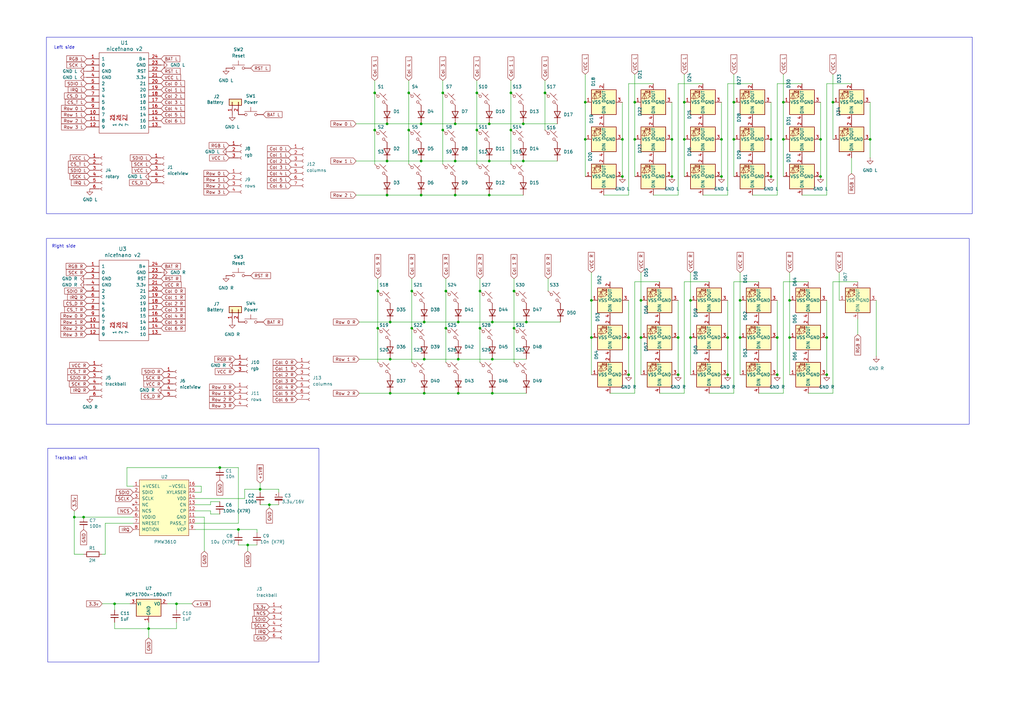
<source format=kicad_sch>
(kicad_sch (version 20231120) (generator "eeschema") (generator_version "8.0")
  (paper "A3")
  (junction (at 195.58 53.34))
  (junction (at 160.02 132.08))
  (junction (at 260.35 41.91))
  (junction (at 318.77 138.43))
  (junction (at 257.81 138.43))
  (junction (at 187.96 132.08))
  (junction (at 154.94 119.38))
  (junction (at 262.89 123.19))
  (junction (at 262.89 138.43))
  (junction (at 200.66 66.04))
  (junction (at 283.21 138.43))
  (junction (at 196.85 119.38))
  (junction (at 321.31 57.15))
  (junction (at 182.88 134.62))
  (junction (at 257.81 153.67))
  (junction (at 240.03 41.91))
  (junction (at 173.99 161.29))
  (junction (at 298.45 138.43))
  (junction (at 30.48 212.09))
  (junction (at 60.96 257.81))
  (junction (at 201.93 161.29))
  (junction (at 173.99 132.08))
  (junction (at 278.13 153.67))
  (junction (at 275.59 72.39))
  (junction (at 339.09 153.67))
  (junction (at 200.66 50.8))
  (junction (at 97.79 217.17))
  (junction (at 153.67 53.34))
  (junction (at 336.55 72.39))
  (junction (at 303.53 138.43))
  (junction (at 209.55 38.1))
  (junction (at 255.27 57.15))
  (junction (at 172.72 66.04))
  (junction (at 240.03 57.15))
  (junction (at 298.45 153.67))
  (junction (at 341.63 41.91))
  (junction (at 186.69 50.8))
  (junction (at 209.55 53.34))
  (junction (at 275.59 57.15))
  (junction (at 167.64 53.34))
  (junction (at 339.09 138.43))
  (junction (at 158.75 80.01))
  (junction (at 196.85 134.62))
  (junction (at 153.67 38.1))
  (junction (at 223.52 38.1))
  (junction (at 182.88 119.38))
  (junction (at 46.99 247.65))
  (junction (at 158.75 66.04))
  (junction (at 160.02 147.32))
  (junction (at 214.63 50.8))
  (junction (at 172.72 50.8))
  (junction (at 201.93 132.08))
  (junction (at 106.68 200.66))
  (junction (at 195.58 38.1))
  (junction (at 356.87 57.15))
  (junction (at 210.82 134.62))
  (junction (at 215.9 132.08))
  (junction (at 158.75 50.8))
  (junction (at 214.63 66.04))
  (junction (at 316.23 57.15))
  (junction (at 295.91 72.39))
  (junction (at 336.55 57.15))
  (junction (at 101.6 223.52))
  (junction (at 300.99 41.91))
  (junction (at 168.91 119.38))
  (junction (at 160.02 161.29))
  (junction (at 300.99 57.15))
  (junction (at 200.66 80.01))
  (junction (at 72.39 247.65))
  (junction (at 210.82 119.38))
  (junction (at 181.61 38.1))
  (junction (at 181.61 53.34))
  (junction (at 321.31 41.91))
  (junction (at 34.29 212.09))
  (junction (at 295.91 57.15))
  (junction (at 90.17 191.77))
  (junction (at 167.64 38.1))
  (junction (at 278.13 138.43))
  (junction (at 255.27 72.39))
  (junction (at 201.93 147.32))
  (junction (at 280.67 41.91))
  (junction (at 323.85 123.19))
  (junction (at 172.72 80.01))
  (junction (at 187.96 147.32))
  (junction (at 187.96 161.29))
  (junction (at 173.99 147.32))
  (junction (at 260.35 57.15))
  (junction (at 303.53 123.19))
  (junction (at 283.21 123.19))
  (junction (at 242.57 123.19))
  (junction (at 168.91 134.62))
  (junction (at 318.77 153.67))
  (junction (at 186.69 66.04))
  (junction (at 154.94 134.62))
  (junction (at 280.67 57.15))
  (junction (at 316.23 72.39))
  (junction (at 242.57 138.43))
  (junction (at 323.85 138.43))
  (junction (at 186.69 80.01))
  (junction (at 110.49 207.01))
  (wire (pts (xy 86.36 209.55) (xy 86.36 210.82)))
  (wire (pts (xy 173.99 132.08) (xy 187.96 132.08)))
  (wire (pts (xy 147.32 132.08) (xy 160.02 132.08)))
  (wire (pts (xy 167.64 53.34) (xy 167.64 67.31)))
  (wire (pts (xy 80.01 214.63) (xy 97.79 214.63)))
  (wire (pts (xy 80.01 217.17) (xy 97.79 217.17)))
  (wire (pts (xy 339.09 80.01) (xy 328.93 80.01)))
  (wire (pts (xy 106.68 198.12) (xy 106.68 200.66)))
  (wire (pts (xy 97.79 217.17) (xy 97.79 218.44)))
  (wire (pts (xy 257.81 80.01) (xy 247.65 80.01)))
  (wire (pts (xy 270.51 115.57) (xy 260.35 115.57)))
  (wire (pts (xy 34.29 227.33) (xy 30.48 227.33)))
  (wire (pts (xy 97.79 217.17) (xy 105.41 217.17)))
  (wire (pts (xy 80.01 204.47) (xy 100.33 204.47)))
  (wire (pts (xy 223.52 38.1) (xy 223.52 53.34)))
  (wire (pts (xy 321.31 161.29) (xy 311.15 161.29)))
  (wire (pts (xy 106.68 207.01) (xy 110.49 207.01)))
  (wire (pts (xy 200.66 66.04) (xy 214.63 66.04)))
  (wire (pts (xy 154.94 134.62) (xy 154.94 148.59)))
  (wire (pts (xy 242.57 111.76) (xy 242.57 123.19)))
  (wire (pts (xy 195.58 33.02) (xy 195.58 38.1)))
  (wire (pts (xy 100.33 204.47) (xy 100.33 200.66)))
  (wire (pts (xy 200.66 80.01) (xy 214.63 80.01)))
  (wire (pts (xy 182.88 119.38) (xy 182.88 134.62)))
  (wire (pts (xy 110.49 207.01) (xy 114.3 207.01)))
  (wire (pts (xy 30.48 212.09) (xy 30.48 227.33)))
  (wire (pts (xy 60.96 255.27) (xy 60.96 257.81)))
  (wire (pts (xy 196.85 134.62) (xy 196.85 148.59)))
  (wire (pts (xy 298.45 34.29) (xy 298.45 80.01)))
  (wire (pts (xy 240.03 41.91) (xy 240.03 57.15)))
  (wire (pts (xy 316.23 41.91) (xy 316.23 57.15)))
  (wire (pts (xy 147.32 161.29) (xy 160.02 161.29)))
  (wire (pts (xy 52.07 199.39) (xy 54.61 199.39)))
  (wire (pts (xy 105.41 217.17) (xy 105.41 218.44)))
  (wire (pts (xy 182.88 134.62) (xy 182.88 148.59)))
  (wire (pts (xy 278.13 34.29) (xy 278.13 80.01)))
  (wire (pts (xy 280.67 115.57) (xy 280.67 161.29)))
  (wire (pts (xy 201.93 147.32) (xy 215.9 147.32)))
  (wire (pts (xy 240.03 30.48) (xy 240.03 41.91)))
  (wire (pts (xy 168.91 114.3) (xy 168.91 119.38)))
  (wire (pts (xy 323.85 138.43) (xy 323.85 153.67)))
  (wire (pts (xy 209.55 38.1) (xy 209.55 53.34)))
  (wire (pts (xy 72.39 247.65) (xy 78.74 247.65)))
  (wire (pts (xy 97.79 223.52) (xy 101.6 223.52)))
  (wire (pts (xy 210.82 134.62) (xy 210.82 148.59)))
  (wire (pts (xy 321.31 57.15) (xy 321.31 72.39)))
  (wire (pts (xy 210.82 114.3) (xy 210.82 119.38)))
  (wire (pts (xy 224.79 114.3) (xy 224.79 119.38)))
  (wire (pts (xy 43.18 227.33) (xy 41.91 227.33)))
  (wire (pts (xy 351.79 115.57) (xy 341.63 115.57)))
  (wire (pts (xy 43.18 214.63) (xy 54.61 214.63)))
  (wire (pts (xy 154.94 114.3) (xy 154.94 119.38)))
  (wire (pts (xy 223.52 33.02) (xy 223.52 38.1)))
  (wire (pts (xy 101.6 223.52) (xy 105.41 223.52)))
  (wire (pts (xy 173.99 147.32) (xy 187.96 147.32)))
  (wire (pts (xy 356.87 41.91) (xy 356.87 57.15)))
  (wire (pts (xy 160.02 161.29) (xy 173.99 161.29)))
  (wire (pts (xy 339.09 123.19) (xy 339.09 138.43)))
  (wire (pts (xy 262.89 111.76) (xy 262.89 123.19)))
  (wire (pts (xy 201.93 132.08) (xy 215.9 132.08)))
  (wire (pts (xy 158.75 66.04) (xy 172.72 66.04)))
  (wire (pts (xy 172.72 66.04) (xy 186.69 66.04)))
  (wire (pts (xy 260.35 161.29) (xy 250.19 161.29)))
  (wire (pts (xy 68.58 247.65) (xy 72.39 247.65)))
  (wire (pts (xy 168.91 134.62) (xy 168.91 148.59)))
  (wire (pts (xy 283.21 111.76) (xy 283.21 123.19)))
  (wire (pts (xy 80.01 199.39) (xy 82.55 199.39)))
  (wire (pts (xy 278.13 123.19) (xy 278.13 138.43)))
  (wire (pts (xy 275.59 41.91) (xy 275.59 57.15)))
  (wire (pts (xy 298.45 80.01) (xy 288.29 80.01)))
  (wire (pts (xy 153.67 53.34) (xy 153.67 67.31)))
  (wire (pts (xy 255.27 41.91) (xy 255.27 57.15)))
  (wire (pts (xy 339.09 34.29) (xy 339.09 80.01)))
  (wire (pts (xy 280.67 30.48) (xy 280.67 41.91)))
  (wire (pts (xy 187.96 147.32) (xy 201.93 147.32)))
  (wire (pts (xy 260.35 41.91) (xy 260.35 57.15)))
  (wire (pts (xy 336.55 41.91) (xy 336.55 57.15)))
  (wire (pts (xy 210.82 119.38) (xy 210.82 134.62)))
  (wire (pts (xy 90.17 191.77) (xy 52.07 191.77)))
  (wire (pts (xy 300.99 30.48) (xy 300.99 41.91)))
  (wire (pts (xy 72.39 257.81) (xy 60.96 257.81)))
  (wire (pts (xy 86.36 210.82) (xy 90.17 210.82)))
  (wire (pts (xy 186.69 66.04) (xy 200.66 66.04)))
  (wire (pts (xy 196.85 114.3) (xy 196.85 119.38)))
  (wire (pts (xy 311.15 115.57) (xy 300.99 115.57)))
  (wire (pts (xy 283.21 123.19) (xy 283.21 138.43)))
  (wire (pts (xy 181.61 38.1) (xy 181.61 53.34)))
  (wire (pts (xy 30.48 209.55) (xy 30.48 212.09)))
  (wire (pts (xy 240.03 57.15) (xy 240.03 72.39)))
  (wire (pts (xy 147.32 147.32) (xy 160.02 147.32)))
  (wire (pts (xy 196.85 119.38) (xy 196.85 134.62)))
  (wire (pts (xy 86.36 207.01) (xy 86.36 205.74)))
  (wire (pts (xy 146.05 50.8) (xy 158.75 50.8)))
  (wire (pts (xy 46.99 247.65) (xy 46.99 250.19)))
  (wire (pts (xy 80.01 201.93) (xy 82.55 201.93)))
  (wire (pts (xy 275.59 57.15) (xy 275.59 72.39)))
  (wire (pts (xy 215.9 132.08) (xy 229.87 132.08)))
  (wire (pts (xy 172.72 50.8) (xy 186.69 50.8)))
  (wire (pts (xy 181.61 33.02) (xy 181.61 38.1)))
  (wire (pts (xy 172.72 80.01) (xy 186.69 80.01)))
  (wire (pts (xy 283.21 138.43) (xy 283.21 153.67)))
  (wire (pts (xy 195.58 53.34) (xy 195.58 67.31)))
  (wire (pts (xy 181.61 53.34) (xy 181.61 67.31)))
  (wire (pts (xy 46.99 257.81) (xy 60.96 257.81)))
  (wire (pts (xy 323.85 123.19) (xy 323.85 138.43)))
  (wire (pts (xy 262.89 123.19) (xy 262.89 138.43)))
  (wire (pts (xy 260.35 57.15) (xy 260.35 72.39)))
  (wire (pts (xy 46.99 247.65) (xy 53.34 247.65)))
  (wire (pts (xy 173.99 161.29) (xy 187.96 161.29)))
  (wire (pts (xy 290.83 115.57) (xy 280.67 115.57)))
  (wire (pts (xy 153.67 33.02) (xy 153.67 38.1)))
  (wire (pts (xy 242.57 138.43) (xy 242.57 153.67)))
  (wire (pts (xy 146.05 66.04) (xy 158.75 66.04)))
  (wire (pts (xy 321.31 41.91) (xy 321.31 57.15)))
  (wire (pts (xy 341.63 115.57) (xy 341.63 161.29)))
  (wire (pts (xy 328.93 34.29) (xy 318.77 34.29)))
  (wire (pts (xy 321.31 115.57) (xy 321.31 161.29)))
  (wire (pts (xy 46.99 257.81) (xy 46.99 255.27)))
  (wire (pts (xy 341.63 30.48) (xy 341.63 41.91)))
  (wire (pts (xy 318.77 138.43) (xy 318.77 153.67)))
  (wire (pts (xy 110.49 208.28) (xy 110.49 207.01)))
  (wire (pts (xy 200.66 50.8) (xy 214.63 50.8)))
  (wire (pts (xy 167.64 33.02) (xy 167.64 38.1)))
  (wire (pts (xy 160.02 132.08) (xy 173.99 132.08)))
  (wire (pts (xy 182.88 114.3) (xy 182.88 119.38)))
  (wire (pts (xy 158.75 80.01) (xy 172.72 80.01)))
  (wire (pts (xy 262.89 138.43) (xy 262.89 153.67)))
  (wire (pts (xy 214.63 50.8) (xy 228.6 50.8)))
  (wire (pts (xy 72.39 255.27) (xy 72.39 257.81)))
  (wire (pts (xy 214.63 66.04) (xy 228.6 66.04)))
  (wire (pts (xy 295.91 41.91) (xy 295.91 57.15)))
  (wire (pts (xy 167.64 38.1) (xy 167.64 53.34)))
  (wire (pts (xy 257.81 123.19) (xy 257.81 138.43)))
  (wire (pts (xy 146.05 80.01) (xy 158.75 80.01)))
  (wire (pts (xy 72.39 250.19) (xy 72.39 247.65)))
  (wire (pts (xy 303.53 138.43) (xy 303.53 153.67)))
  (wire (pts (xy 298.45 138.43) (xy 298.45 153.67)))
  (wire (pts (xy 80.01 212.09) (xy 83.82 212.09)))
  (wire (pts (xy 106.68 200.66) (xy 114.3 200.66)))
  (wire (pts (xy 97.79 191.77) (xy 90.17 191.77)))
  (wire (pts (xy 34.29 212.09) (xy 54.61 212.09)))
  (wire (pts (xy 86.36 205.74) (xy 90.17 205.74)))
  (wire (pts (xy 154.94 119.38) (xy 154.94 134.62)))
  (wire (pts (xy 280.67 57.15) (xy 280.67 72.39)))
  (wire (pts (xy 351.79 137.16) (xy 351.79 130.81)))
  (wire (pts (xy 106.68 200.66) (xy 106.68 201.93)))
  (wire (pts (xy 316.23 57.15) (xy 316.23 72.39)))
  (wire (pts (xy 260.35 115.57) (xy 260.35 161.29)))
  (wire (pts (xy 186.69 50.8) (xy 200.66 50.8)))
  (wire (pts (xy 43.18 214.63) (xy 43.18 227.33)))
  (wire (pts (xy 187.96 161.29) (xy 201.93 161.29)))
  (wire (pts (xy 341.63 161.29) (xy 331.47 161.29)))
  (wire (pts (xy 336.55 57.15) (xy 336.55 72.39)))
  (wire (pts (xy 186.69 80.01) (xy 200.66 80.01)))
  (wire (pts (xy 52.07 191.77) (xy 52.07 199.39)))
  (wire (pts (xy 257.81 34.29) (xy 257.81 80.01)))
  (wire (pts (xy 260.35 30.48) (xy 260.35 41.91)))
  (wire (pts (xy 331.47 115.57) (xy 321.31 115.57)))
  (wire (pts (xy 349.25 71.12) (xy 349.25 64.77)))
  (wire (pts (xy 267.97 34.29) (xy 257.81 34.29)))
  (wire (pts (xy 80.01 209.55) (xy 86.36 209.55)))
  (wire (pts (xy 318.77 34.29) (xy 318.77 80.01)))
  (wire (pts (xy 308.61 34.29) (xy 298.45 34.29)))
  (wire (pts (xy 321.31 30.48) (xy 321.31 41.91)))
  (wire (pts (xy 100.33 200.66) (xy 106.68 200.66)))
  (wire (pts (xy 242.57 123.19) (xy 242.57 138.43)))
  (wire (pts (xy 41.91 247.65) (xy 46.99 247.65)))
  (wire (pts (xy 323.85 111.76) (xy 323.85 123.19)))
  (wire (pts (xy 318.77 123.19) (xy 318.77 138.43)))
  (wire (pts (xy 339.09 138.43) (xy 339.09 153.67)))
  (wire (pts (xy 101.6 226.06) (xy 101.6 223.52)))
  (wire (pts (xy 153.67 38.1) (xy 153.67 53.34)))
  (wire (pts (xy 209.55 53.34) (xy 209.55 67.31)))
  (wire (pts (xy 82.55 199.39) (xy 82.55 201.93)))
  (wire (pts (xy 168.91 119.38) (xy 168.91 134.62)))
  (wire (pts (xy 288.29 34.29) (xy 278.13 34.29)))
  (wire (pts (xy 160.02 147.32) (xy 173.99 147.32)))
  (wire (pts (xy 298.45 123.19) (xy 298.45 138.43)))
  (wire (pts (xy 349.25 34.29) (xy 339.09 34.29)))
  (wire (pts (xy 295.91 57.15) (xy 295.91 72.39)))
  (wire (pts (xy 344.17 111.76) (xy 344.17 123.19)))
  (wire (pts (xy 356.87 64.77) (xy 356.87 57.15)))
  (wire (pts (xy 341.63 41.91) (xy 341.63 57.15)))
  (wire (pts (xy 83.82 212.09) (xy 83.82 226.06)))
  (wire (pts (xy 300.99 57.15) (xy 300.99 72.39)))
  (wire (pts (xy 257.81 138.43) (xy 257.81 153.67)))
  (wire (pts (xy 255.27 57.15) (xy 255.27 72.39)))
  (wire (pts (xy 300.99 161.29) (xy 290.83 161.29)))
  (wire (pts (xy 300.99 115.57) (xy 300.99 161.29)))
  (wire (pts (xy 359.41 123.19) (xy 359.41 146.05)))
  (wire (pts (xy 195.58 38.1) (xy 195.58 53.34)))
  (wire (pts (xy 80.01 207.01) (xy 86.36 207.01)))
  (wire (pts (xy 30.48 212.09) (xy 34.29 212.09)))
  (wire (pts (xy 300.99 41.91) (xy 300.99 57.15)))
  (wire (pts (xy 209.55 33.02) (xy 209.55 38.1)))
  (wire (pts (xy 187.96 132.08) (xy 201.93 132.08)))
  (wire (pts (xy 278.13 80.01) (xy 267.97 80.01)))
  (wire (pts (xy 97.79 214.63) (xy 97.79 191.77)))
  (wire (pts (xy 201.93 161.29) (xy 215.9 161.29)))
  (wire (pts (xy 280.67 161.29) (xy 270.51 161.29)))
  (wire (pts (xy 303.53 111.76) (xy 303.53 123.19)))
  (wire (pts (xy 303.53 123.19) (xy 303.53 138.43)))
  (wire (pts (xy 158.75 50.8) (xy 172.72 50.8)))
  (wire (pts (xy 318.77 80.01) (xy 308.61 80.01)))
  (wire (pts (xy 60.96 257.81) (xy 60.96 261.62)))
  (wire (pts (xy 280.67 41.91) (xy 280.67 57.15)))
  (wire (pts (xy 278.13 138.43) (xy 278.13 153.67)))
  (wire (pts (xy 114.3 200.66) (xy 114.3 201.93)))
  (rectangle (start 19.558 183.896) (end 130.81 271.526))
  (rectangle (start 19.05 15.24) (end 398.78 87.63))
  (rectangle (start 19.05 97.79) (end 397.51 173.99))
  (text "Left side" (at 26.416 19.558 0) (effects (font (size 1.27 1.27))))
  (text "Trackball unit" (at 29.21 187.96 0) (effects (font (size 1.27 1.27))))
  (text "Right side" (at 26.162 101.092 0) (effects (font (size 1.27 1.27))))
  (global_label "VCC L" (shape input) (at 66.04 31.75 0) (property "Intersheetrefs" "${INTERSHEET_REFS}" (effects (hide yes))))
  (global_label "Col 2 L" (shape input) (at 66.04 39.37 0) (property "Intersheetrefs" "${INTERSHEET_REFS}" (effects (hide yes))))
  (global_label "CS_T L" (shape input) (at 35.56 41.91 180) (property "Intersheetrefs" "${INTERSHEET_REFS}" (effects (hide yes))))
  (global_label "Col 3 L" (shape input) (at 181.61 33.02 90) (property "Intersheetrefs" "${INTERSHEET_REFS}" (effects (hide yes))))
  (global_label "Row 3 L" (shape input) (at 93.98 78.74 180) (property "Intersheetrefs" "${INTERSHEET_REFS}" (effects (hide yes))))
  (global_label "Col 3 R" (shape input) (at 66.04 127 0) (property "Intersheetrefs" "${INTERSHEET_REFS}" (effects (hide yes))))
  (global_label "IRQ R" (shape input) (at 35.56 121.92 180) (property "Intersheetrefs" "${INTERSHEET_REFS}" (effects (hide yes))))
  (global_label "BAT R" (shape input) (at 107.95 132.08 0) (property "Intersheetrefs" "${INTERSHEET_REFS}" (effects (hide yes))))
  (global_label "SCK R" (shape input) (at 35.56 111.76 180) (property "Intersheetrefs" "${INTERSHEET_REFS}" (effects (hide yes))))
  (global_label "Col 6 L" (shape input) (at 66.04 49.53 0) (property "Intersheetrefs" "${INTERSHEET_REFS}" (effects (hide yes))))
  (global_label "Col 5 R" (shape input) (at 66.04 132.08 0) (property "Intersheetrefs" "${INTERSHEET_REFS}" (effects (hide yes))))
  (global_label "SCLK" (shape input) (at 54.61 204.47 180) (property "Intersheetrefs" "${INTERSHEET_REFS}" (effects (hide yes))))
  (global_label "Row 0 R" (shape input) (at 35.56 129.54 180) (property "Intersheetrefs" "${INTERSHEET_REFS}" (effects (hide yes))))
  (global_label "VCC R" (shape input) (at 344.17 111.76 90) (property "Intersheetrefs" "${INTERSHEET_REFS}" (effects (hide yes))))
  (global_label "Col 5 L" (shape input) (at 153.67 33.02 90) (property "Intersheetrefs" "${INTERSHEET_REFS}" (effects (hide yes))))
  (global_label "Col 2 R" (shape input) (at 121.92 153.67 180) (property "Intersheetrefs" "${INTERSHEET_REFS}" (effects (hide yes))))
  (global_label "Row 1 L" (shape input) (at 35.56 46.99 180) (property "Intersheetrefs" "${INTERSHEET_REFS}" (effects (hide yes))))
  (global_label "Col 6 R" (shape input) (at 121.92 163.83 180) (property "Intersheetrefs" "${INTERSHEET_REFS}" (effects (hide yes))))
  (global_label "Row 2 L" (shape input) (at 35.56 49.53 180) (property "Intersheetrefs" "${INTERSHEET_REFS}" (effects (hide yes))))
  (global_label "GND" (shape input) (at 90.17 196.85 270) (property "Intersheetrefs" "${INTERSHEET_REFS}" (effects (hide yes))))
  (global_label "BAT L" (shape input) (at 66.04 24.13 0) (property "Intersheetrefs" "${INTERSHEET_REFS}" (effects (hide yes))))
  (global_label "RST L" (shape input) (at 66.04 29.21 0) (property "Intersheetrefs" "${INTERSHEET_REFS}" (effects (hide yes))))
  (global_label "Row 2 L" (shape input) (at 93.98 76.2 180) (property "Intersheetrefs" "${INTERSHEET_REFS}" (effects (hide yes))))
  (global_label "Row 0 L" (shape input) (at 93.98 71.12 180) (property "Intersheetrefs" "${INTERSHEET_REFS}" (effects (hide yes))))
  (global_label "CS_T R" (shape input) (at 35.56 127 180) (property "Intersheetrefs" "${INTERSHEET_REFS}" (effects (hide yes))))
  (global_label "Col 1 R" (shape input) (at 66.04 121.92 0) (property "Intersheetrefs" "${INTERSHEET_REFS}" (effects (hide yes))))
  (global_label "Col 4 L" (shape input) (at 119.38 71.12 180) (property "Intersheetrefs" "${INTERSHEET_REFS}" (effects (hide yes))))
  (global_label "Col 0 L" (shape input) (at 223.52 33.02 90) (property "Intersheetrefs" "${INTERSHEET_REFS}" (effects (hide yes))))
  (global_label "Col 3 L" (shape input) (at 119.38 68.58 180) (property "Intersheetrefs" "${INTERSHEET_REFS}" (effects (hide yes))))
  (global_label "Col 0 L" (shape input) (at 119.38 60.96 180) (property "Intersheetrefs" "${INTERSHEET_REFS}" (effects (hide yes))))
  (global_label "VCC L" (shape input) (at 280.67 30.48 90) (property "Intersheetrefs" "${INTERSHEET_REFS}" (effects (hide yes))))
  (global_label "SDIO L" (shape input) (at 36.83 69.85 180) (property "Intersheetrefs" "${INTERSHEET_REFS}" (effects (hide yes))))
  (global_label "Col 4 L" (shape input) (at 66.04 44.45 0) (property "Intersheetrefs" "${INTERSHEET_REFS}" (effects (hide yes))))
  (global_label "VCC L" (shape input) (at 240.03 30.48 90) (property "Intersheetrefs" "${INTERSHEET_REFS}" (effects (hide yes))))
  (global_label "GND" (shape input) (at 83.82 226.06 270) (property "Intersheetrefs" "${INTERSHEET_REFS}" (effects (hide yes))))
  (global_label "VCC L" (shape input) (at 321.31 30.48 90) (property "Intersheetrefs" "${INTERSHEET_REFS}" (effects (hide yes))))
  (global_label "SDIO R" (shape input) (at 36.83 154.94 180) (property "Intersheetrefs" "${INTERSHEET_REFS}" (effects (hide yes))))
  (global_label "Row 3 L" (shape input) (at 35.56 52.07 180) (property "Intersheetrefs" "${INTERSHEET_REFS}" (effects (hide yes))))
  (global_label "VCC L" (shape input) (at 341.63 30.48 90) (property "Intersheetrefs" "${INTERSHEET_REFS}" (effects (hide yes))))
  (global_label "Col 3 L" (shape input) (at 66.04 41.91 0) (property "Intersheetrefs" "${INTERSHEET_REFS}" (effects (hide yes))))
  (global_label "Col 4 L" (shape input) (at 167.64 33.02 90) (property "Intersheetrefs" "${INTERSHEET_REFS}" (effects (hide yes))))
  (global_label "SDIO" (shape input) (at 110.49 254 180) (property "Intersheetrefs" "${INTERSHEET_REFS}" (effects (hide yes))))
  (global_label "SDIO" (shape input) (at 54.61 201.93 180) (property "Intersheetrefs" "${INTERSHEET_REFS}" (effects (hide yes))))
  (global_label "VCC L" (shape input) (at 62.23 69.85 180) (property "Intersheetrefs" "${INTERSHEET_REFS}" (effects (hide yes))))
  (global_label "RGB L" (shape input) (at 349.25 71.12 270) (property "Intersheetrefs" "${INTERSHEET_REFS}" (effects (hide yes))))
  (global_label "SCLK" (shape input) (at 110.49 256.54 180) (property "Intersheetrefs" "${INTERSHEET_REFS}" (effects (hide yes))))
  (global_label "Row 1 L" (shape input) (at 146.05 66.04 180) (property "Intersheetrefs" "${INTERSHEET_REFS}" (effects (hide yes))))
  (global_label "SDIO L" (shape input) (at 35.56 34.29 180) (property "Intersheetrefs" "${INTERSHEET_REFS}" (effects (hide yes))))
  (global_label "IRQ L" (shape input) (at 35.56 36.83 180) (property "Intersheetrefs" "${INTERSHEET_REFS}" (effects (hide yes))))
  (global_label "RGB L" (shape input) (at 93.98 59.69 180) (property "Intersheetrefs" "${INTERSHEET_REFS}" (effects (hide yes))))
  (global_label "RST R" (shape input) (at 66.04 114.3 0) (property "Intersheetrefs" "${INTERSHEET_REFS}" (effects (hide yes))))
  (global_label "SDIO R" (shape input) (at 67.31 152.4 180) (property "Intersheetrefs" "${INTERSHEET_REFS}" (effects (hide yes))))
  (global_label "CS_D L" (shape input) (at 35.56 39.37 180) (property "Intersheetrefs" "${INTERSHEET_REFS}" (effects (hide yes))))
  (global_label "GND" (shape input) (at 34.29 217.17 270) (property "Intersheetrefs" "${INTERSHEET_REFS}" (effects (hide yes))))
  (global_label "RST L" (shape input) (at 102.87 27.94 0) (property "Intersheetrefs" "${INTERSHEET_REFS}" (effects (hide yes))))
  (global_label "SCK R" (shape input) (at 36.83 157.48 180) (property "Intersheetrefs" "${INTERSHEET_REFS}" (effects (hide yes))))
  (global_label "Col 1 R" (shape input) (at 121.92 151.13 180) (property "Intersheetrefs" "${INTERSHEET_REFS}" (effects (hide yes))))
  (global_label "RGB R" (shape input) (at 35.56 109.22 180) (property "Intersheetrefs" "${INTERSHEET_REFS}" (effects (hide yes))))
  (global_label "Row 1 R" (shape input) (at 147.32 147.32 180) (property "Intersheetrefs" "${INTERSHEET_REFS}" (effects (hide yes))))
  (global_label "SCK L" (shape input) (at 35.56 26.67 180) (property "Intersheetrefs" "${INTERSHEET_REFS}" (effects (hide yes))))
  (global_label "Col 5 L" (shape input) (at 119.38 73.66 180) (property "Intersheetrefs" "${INTERSHEET_REFS}" (effects (hide yes))))
  (global_label "Col 4 R" (shape input) (at 66.04 129.54 0) (property "Intersheetrefs" "${INTERSHEET_REFS}" (effects (hide yes))))
  (global_label "VCC L" (shape input) (at 93.98 64.77 180) (property "Intersheetrefs" "${INTERSHEET_REFS}" (effects (hide yes))))
  (global_label "IRQ" (shape input) (at 110.49 259.08 180) (property "Intersheetrefs" "${INTERSHEET_REFS}" (effects (hide yes))))
  (global_label "Col 3 R" (shape input) (at 121.92 156.21 180) (property "Intersheetrefs" "${INTERSHEET_REFS}" (effects (hide yes))))
  (global_label "VCC R" (shape input) (at 66.04 116.84 0) (property "Intersheetrefs" "${INTERSHEET_REFS}" (effects (hide yes))))
  (global_label "GND" (shape input) (at 110.49 261.62 180) (property "Intersheetrefs" "${INTERSHEET_REFS}" (effects (hide yes))))
  (global_label "SDIO R" (shape input) (at 35.56 119.38 180) (property "Intersheetrefs" "${INTERSHEET_REFS}" (effects (hide yes))))
  (global_label "Col 2 R" (shape input) (at 196.85 114.3 90) (property "Intersheetrefs" "${INTERSHEET_REFS}" (effects (hide yes))))
  (global_label "RGB R" (shape input) (at 96.52 147.32 180) (property "Intersheetrefs" "${INTERSHEET_REFS}" (effects (hide yes))))
  (global_label "Col 4 R" (shape input) (at 121.92 158.75 180) (property "Intersheetrefs" "${INTERSHEET_REFS}" (effects (hide yes))))
  (global_label "Row 0 L" (shape input) (at 146.05 50.8 180) (property "Intersheetrefs" "${INTERSHEET_REFS}" (effects (hide yes))))
  (global_label "VCC R" (shape input) (at 303.53 111.76 90) (property "Intersheetrefs" "${INTERSHEET_REFS}" (effects (hide yes))))
  (global_label "Row 0 R" (shape input) (at 147.32 132.08 180) (property "Intersheetrefs" "${INTERSHEET_REFS}" (effects (hide yes))))
  (global_label "NCS" (shape input) (at 110.49 251.46 180) (property "Intersheetrefs" "${INTERSHEET_REFS}" (effects (hide yes))))
  (global_label "Row 2 R" (shape input) (at 147.32 161.29 180) (property "Intersheetrefs" "${INTERSHEET_REFS}" (effects (hide yes))))
  (global_label "Col 5 R" (shape input) (at 121.92 161.29 180) (property "Intersheetrefs" "${INTERSHEET_REFS}" (effects (hide yes))))
  (global_label "Col 3 R" (shape input) (at 182.88 114.3 90) (property "Intersheetrefs" "${INTERSHEET_REFS}" (effects (hide yes))))
  (global_label "Row 3 R" (shape input) (at 96.52 166.37 180) (property "Intersheetrefs" "${INTERSHEET_REFS}" (effects (hide yes))))
  (global_label "Row 0 R" (shape input) (at 96.52 158.75 180) (property "Intersheetrefs" "${INTERSHEET_REFS}" (effects (hide yes))))
  (global_label "Col 6 L" (shape input) (at 119.38 76.2 180) (property "Intersheetrefs" "${INTERSHEET_REFS}" (effects (hide yes))))
  (global_label "GND" (shape input) (at 110.49 208.28 270) (property "Intersheetrefs" "${INTERSHEET_REFS}" (effects (hide yes))))
  (global_label "SCK L" (shape input) (at 62.23 67.31 180) (property "Intersheetrefs" "${INTERSHEET_REFS}" (effects (hide yes))))
  (global_label "Row 2 R" (shape input) (at 35.56 134.62 180) (property "Intersheetrefs" "${INTERSHEET_REFS}" (effects (hide yes))))
  (global_label "Col 5 L" (shape input) (at 66.04 46.99 0) (property "Intersheetrefs" "${INTERSHEET_REFS}" (effects (hide yes))))
  (global_label "CS_T L" (shape input) (at 36.83 67.31 180) (property "Intersheetrefs" "${INTERSHEET_REFS}" (effects (hide yes))))
  (global_label "SCK R" (shape input) (at 67.31 154.94 180) (property "Intersheetrefs" "${INTERSHEET_REFS}" (effects (hide yes))))
  (global_label "Col 1 L" (shape input) (at 119.38 63.5 180) (property "Intersheetrefs" "${INTERSHEET_REFS}" (effects (hide yes))))
  (global_label "GND" (shape input) (at 60.96 261.62 270) (property "Intersheetrefs" "${INTERSHEET_REFS}" (effects (hide yes))))
  (global_label "VCC R" (shape input) (at 96.52 152.4 180) (property "Intersheetrefs" "${INTERSHEET_REFS}" (effects (hide yes))))
  (global_label "BAT R" (shape input) (at 66.04 109.22 0) (property "Intersheetrefs" "${INTERSHEET_REFS}" (effects (hide yes))))
  (global_label "CS_T R" (shape input) (at 36.83 152.4 180) (property "Intersheetrefs" "${INTERSHEET_REFS}" (effects (hide yes))))
  (global_label "SDIO L" (shape input) (at 62.23 64.77 180) (property "Intersheetrefs" "${INTERSHEET_REFS}" (effects (hide yes))))
  (global_label "3.3v" (shape input) (at 110.49 248.92 180) (property "Intersheetrefs" "${INTERSHEET_REFS}" (effects (hide yes))))
  (global_label "VCC R" (shape input) (at 323.85 111.76 90) (property "Intersheetrefs" "${INTERSHEET_REFS}" (effects (hide yes))))
  (global_label "RGB L" (shape input) (at 35.56 24.13 180) (property "Intersheetrefs" "${INTERSHEET_REFS}" (effects (hide yes))))
  (global_label "3.3v" (shape input) (at 30.48 209.55 90) (property "Intersheetrefs" "${INTERSHEET_REFS}" (effects (hide yes))))
  (global_label "CS_D L" (shape input) (at 62.23 74.93 180) (property "Intersheetrefs" "${INTERSHEET_REFS}" (effects (hide yes))))
  (global_label "IRQ R" (shape input) (at 36.83 160.02 180) (property "Intersheetrefs" "${INTERSHEET_REFS}" (effects (hide yes))))
  (global_label "Row 2 L" (shape input) (at 146.05 80.01 180) (property "Intersheetrefs" "${INTERSHEET_REFS}" (effects (hide yes))))
  (global_label "IRQ" (shape input) (at 54.61 217.17 180) (property "Intersheetrefs" "${INTERSHEET_REFS}" (effects (hide yes))))
  (global_label "3.3v" (shape input) (at 41.91 247.65 180) (property "Intersheetrefs" "${INTERSHEET_REFS}" (effects (hide yes))))
  (global_label "VCC L" (shape input) (at 260.35 30.48 90) (property "Intersheetrefs" "${INTERSHEET_REFS}" (effects (hide yes))))
  (global_label "RGB R" (shape input) (at 351.79 137.16 270) (property "Intersheetrefs" "${INTERSHEET_REFS}" (effects (hide yes))))
  (global_label "VCC R" (shape input) (at 283.21 111.76 90) (property "Intersheetrefs" "${INTERSHEET_REFS}" (effects (hide yes))))
  (global_label "CS_D R" (shape input) (at 67.31 162.56 180) (property "Intersheetrefs" "${INTERSHEET_REFS}" (effects (hide yes))))
  (global_label "Col 0 R" (shape input) (at 121.92 148.59 180) (property "Intersheetrefs" "${INTERSHEET_REFS}" (effects (hide yes))))
  (global_label "Row 1 L" (shape input) (at 93.98 73.66 180) (property "Intersheetrefs" "${INTERSHEET_REFS}" (effects (hide yes))))
  (global_label "CS_D R" (shape input) (at 35.56 124.46 180) (property "Intersheetrefs" "${INTERSHEET_REFS}" (effects (hide yes))))
  (global_label "VCC R" (shape input) (at 262.89 111.76 90) (property "Intersheetrefs" "${INTERSHEET_REFS}" (effects (hide yes))))
  (global_label "Col 0 R" (shape input) (at 66.04 119.38 0) (property "Intersheetrefs" "${INTERSHEET_REFS}" (effects (hide yes))))
  (global_label "Row 1 R" (shape input) (at 96.52 161.29 180) (property "Intersheetrefs" "${INTERSHEET_REFS}" (effects (hide yes))))
  (global_label "Col 1 R" (shape input) (at 210.82 114.3 90) (property "Intersheetrefs" "${INTERSHEET_REFS}" (effects (hide yes))))
  (global_label "NCS" (shape input) (at 54.61 209.55 180) (property "Intersheetrefs" "${INTERSHEET_REFS}" (effects (hide yes))))
  (global_label "Col 1 L" (shape input) (at 66.04 36.83 0) (property "Intersheetrefs" "${INTERSHEET_REFS}" (effects (hide yes))))
  (global_label "Col 5 R" (shape input) (at 154.94 114.3 90) (property "Intersheetrefs" "${INTERSHEET_REFS}" (effects (hide yes))))
  (global_label "GND" (shape input) (at 101.6 226.06 270) (property "Intersheetrefs" "${INTERSHEET_REFS}" (effects (hide yes))))
  (global_label "+1V8" (shape input) (at 78.74 247.65 0) (property "Intersheetrefs" "${INTERSHEET_REFS}" (effects (hide yes))))
  (global_label "BAT L" (shape input) (at 107.95 46.99 0) (property "Intersheetrefs" "${INTERSHEET_REFS}" (effects (hide yes))))
  (global_label "Col 2 L" (shape input) (at 119.38 66.04 180) (property "Intersheetrefs" "${INTERSHEET_REFS}" (effects (hide yes))))
  (global_label "VCC L" (shape input) (at 300.99 30.48 90) (property "Intersheetrefs" "${INTERSHEET_REFS}" (effects (hide yes))))
  (global_label "SCK L" (shape input) (at 36.83 72.39 180) (property "Intersheetrefs" "${INTERSHEET_REFS}" (effects (hide yes))))
  (global_label "Col 0 R" (shape input) (at 224.79 114.3 90) (property "Intersheetrefs" "${INTERSHEET_REFS}" (effects (hide yes))))
  (global_label "Col 0 L" (shape input) (at 66.04 34.29 0) (property "Intersheetrefs" "${INTERSHEET_REFS}" (effects (hide yes))))
  (global_label "Col 4 R" (shape input) (at 168.91 114.3 90) (property "Intersheetrefs" "${INTERSHEET_REFS}" (effects (hide yes))))
  (global_label "VCC R" (shape input) (at 67.31 157.48 180) (property "Intersheetrefs" "${INTERSHEET_REFS}" (effects (hide yes))))
  (global_label "Col 2 L" (shape input) (at 195.58 33.02 90) (property "Intersheetrefs" "${INTERSHEET_REFS}" (effects (hide yes))))
  (global_label "VCC L" (shape input) (at 36.83 64.77 180) (property "Intersheetrefs" "${INTERSHEET_REFS}" (effects (hide yes))))
  (global_label "VCC R" (shape input) (at 36.83 149.86 180) (property "Intersheetrefs" "${INTERSHEET_REFS}" (effects (hide yes))))
  (global_label "RST R" (shape input) (at 102.87 113.03 0) (property "Intersheetrefs" "${INTERSHEET_REFS}" (effects (hide yes))))
  (global_label "+1V8" (shape input) (at 106.68 198.12 90) (property "Intersheetrefs" "${INTERSHEET_REFS}" (effects (hide yes))))
  (global_label "Row 1 R" (shape input) (at 35.56 132.08 180) (property "Intersheetrefs" "${INTERSHEET_REFS}" (effects (hide yes))))
  (global_label "Col 2 R" (shape input) (at 66.04 124.46 0) (property "Intersheetrefs" "${INTERSHEET_REFS}" (effects (hide yes))))
  (global_label "Col 6 R" (shape input) (at 66.04 134.62 0) (property "Intersheetrefs" "${INTERSHEET_REFS}" (effects (hide yes))))
  (global_label "Row 2 R" (shape input) (at 96.52 163.83 180) (property "Intersheetrefs" "${INTERSHEET_REFS}" (effects (hide yes))))
  (global_label "Row 3 R" (shape input) (at 35.56 137.16 180) (property "Intersheetrefs" "${INTERSHEET_REFS}" (effects (hide yes))))
  (global_label "Row 0 L" (shape input) (at 35.56 44.45 180) (property "Intersheetrefs" "${INTERSHEET_REFS}" (effects (hide yes))))
  (global_label "Col 1 L" (shape input) (at 209.55 33.02 90) (property "Intersheetrefs" "${INTERSHEET_REFS}" (effects (hide yes))))
  (global_label "VCC R" (shape input) (at 242.57 111.76 90) (property "Intersheetrefs" "${INTERSHEET_REFS}" (effects (hide yes))))
  (global_label "IRQ L" (shape input) (at 36.83 74.93 180) (property "Intersheetrefs" "${INTERSHEET_REFS}" (effects (hide yes))))
  (symbol (lib_id "ScottoKeebs:Placeholder_Diode") (at 158.75 62.23 90) (unit 1)
    (property "Reference" "D2" (at 161.29 60.9599 90) (effects (justify right)))
    (property "Value" "Diode" (effects (hide yes)))
    (property "Footprint" "ScottoKeebs_Components:Diode_SOD-123" (effects (hide yes)))
    (property "Description" "1N4148 (DO-35) or 1N4148W (SOD-123)" (effects (hide yes)))
    (property "Sim.Device" "D" (effects (hide yes)))
    (property "Sim.Pins" "1=K 2=A" (effects (hide yes)))
  )
  (symbol (lib_id "ScottoKeebs:LED_SK6812MINI") (at 311.15 153.67 180) (unit 1)
    (property "Reference" "D63" (at 305.6538 144.78 90))
    (property "Value" "LED_SK6812MINI" (effects (hide yes)))
    (property "Footprint" "ScottoKeebs_Components:LED_SK6812MINI" (effects (hide yes)))
    (property "Datasheet" "https://cdn-shop.adafruit.com/product-files/2686/SK6812MINI_REV.01-1-2.pdf" (effects (hide yes)))
    (property "Description" "RGB LED with integrated controller" (effects (hide yes)))
  )
  (symbol (lib_id "ScottoKeebs:Placeholder_Keyswitch") (at 226.06 55.88 0) (unit 1)
    (property "Reference" "S16" (at 226.06 52.324 0))
    (property "Value" "Keyswitch" (effects (hide yes)))
    (property "Footprint" "keyswitches:Kailh_socket_PG1350" (effects (hide yes)))
    (property "Description" "Push button switch, normally open, two pins, 45° tilted" (effects (hide yes)))
  )
  (symbol (lib_id "ScottoKeebs:LED_SK6812MINI") (at 250.19 153.67 180) (unit 1)
    (property "Reference" "D54" (at 244.602 145.542 90))
    (property "Value" "LED_SK6812MINI" (effects (hide yes)))
    (property "Footprint" "ScottoKeebs_Components:LED_SK6812MINI" (effects (hide yes)))
    (property "Datasheet" "https://cdn-shop.adafruit.com/product-files/2686/SK6812MINI_REV.01-1-2.pdf" (effects (hide yes)))
    (property "Description" "RGB LED with integrated controller" (effects (hide yes)))
  )
  (symbol (lib_id "Device:C_Small") (at 46.99 252.73 0) (unit 1)
    (property "Reference" "C11" (at 49.3268 251.5616 0) (effects (justify left)))
    (property "Value" "1uF" (at 49.3268 253.873 0) (effects (justify left)))
    (property "Footprint" "Capacitor_SMD:C_0603_1608Metric" (effects (hide yes)))
    (property "LCSC" "C15849" (effects (hide yes)))
  )
  (symbol (lib_id "ScottoKeebs:LED_SK6812MINI") (at 328.93 72.39 180) (unit 1)
    (property "Reference" "D32" (at 323.4338 64.77 90))
    (property "Value" "LED_SK6812MINI" (effects (hide yes)))
    (property "Footprint" "ScottoKeebs_Components:LED_SK6812MINI" (effects (hide yes)))
    (property "Datasheet" "https://cdn-shop.adafruit.com/product-files/2686/SK6812MINI_REV.01-1-2.pdf" (effects (hide yes)))
    (property "Description" "RGB LED with integrated controller" (effects (hide yes)))
  )
  (symbol (lib_id "ScottoKeebs:Placeholder_Keyswitch") (at 185.42 151.13 0) (unit 1)
    (property "Reference" "S26" (at 185.42 143.51 0))
    (property "Value" "Keyswitch" (effects (hide yes)))
    (property "Footprint" "keyswitches:Kailh_socket_PG1350" (effects (hide yes)))
    (property "Description" "Push button switch, normally open, two pins, 45° tilted" (effects (hide yes)))
  )
  (symbol (lib_id "ScottoKeebs:Placeholder_Diode") (at 201.93 143.51 90) (unit 1)
    (property "Reference" "D45" (at 204.47 142.2399 90) (effects (justify right)))
    (property "Value" "Diode" (effects (hide yes)))
    (property "Footprint" "ScottoKeebs_Components:Diode_SOD-123" (effects (hide yes)))
    (property "Description" "1N4148 (DO-35) or 1N4148W (SOD-123)" (effects (hide yes)))
    (property "Sim.Device" "D" (effects (hide yes)))
    (property "Sim.Pins" "1=K 2=A" (effects (hide yes)))
  )
  (symbol (lib_id "Device:C_Small") (at 34.29 214.63 0) (unit 1)
    (property "Reference" "C7" (at 36.6268 213.4616 0) (effects (justify left)))
    (property "Value" "100n" (at 36.6268 215.773 0) (effects (justify left)))
    (property "Footprint" "Capacitor_SMD:C_0603_1608Metric" (effects (hide yes)))
    (property "LCSC" "C19666" (effects (hide yes)))
  )
  (symbol (lib_id "ScottoKeebs:Placeholder_Keyswitch") (at 156.21 55.88 0) (unit 1)
    (property "Reference" "S2" (at 156.21 52.07 0))
    (property "Value" "Keyswitch" (effects (hide yes)))
    (property "Footprint" "keyswitches:Kailh_socket_PG1350" (effects (hide yes)))
    (property "Description" "Push button switch, normally open, two pins, 45° tilted" (effects (hide yes)))
  )
  (symbol (lib_id "ScottoKeebs:Placeholder_Keyswitch") (at 213.36 121.92 0) (unit 1)
    (property "Reference" "S30" (at 213.36 116.84 0))
    (property "Value" "Keyswitch" (effects (hide yes)))
    (property "Footprint" "keyswitches:Kailh_socket_PG1350" (effects (hide yes)))
    (property "Description" "Push button switch, normally open, two pins, 45° tilted" (effects (hide yes)))
  )
  (symbol (lib_id "power:GND") (at 66.04 111.76 90) (unit 1)
    (property "Reference" "#PWR012" (effects (hide yes)))
    (property "Value" "GND R" (at 69.85 111.7599 90) (effects (justify right)))
    (property "Description" "Power symbol creates a global label with name \"GND\" , ground" (effects (hide yes)))
  )
  (symbol (lib_id "ScottoKeebs:Placeholder_Keyswitch") (at 227.33 121.92 0) (unit 1)
    (property "Reference" "S33" (at 227.33 116.84 0))
    (property "Value" "Keyswitch" (effects (hide yes)))
    (property "Footprint" "keyswitches:Kailh_socket_PG1350" (effects (hide yes)))
    (property "Description" "Push button switch, normally open, two pins, 45° tilted" (effects (hide yes)))
  )
  (symbol (lib_id "ScottoKeebs:MCU_Nice_Nano_V2") (at 50.8 38.1 0) (unit 1)
    (property "Reference" "U1" (at 51.054 17.526 0) (effects (font (size 1.524 1.524))))
    (property "Value" "nice!nano v2" (at 51.054 20.066 0) (effects (font (size 1.524 1.524))))
    (property "Footprint" "ScottoKeebs_MCU:Nice_Nano_V2_Flipped" (effects (hide yes)))
  )
  (symbol (lib_id "ScottoKeebs:LED_SK6812MINI") (at 308.61 72.39 180) (unit 1)
    (property "Reference" "D29" (at 303.1138 63.5 90))
    (property "Value" "LED_SK6812MINI" (effects (hide yes)))
    (property "Footprint" "ScottoKeebs_Components:LED_SK6812MINI" (effects (hide yes)))
    (property "Datasheet" "https://cdn-shop.adafruit.com/product-files/2686/SK6812MINI_REV.01-1-2.pdf" (effects (hide yes)))
    (property "Description" "RGB LED with integrated controller" (effects (hide yes)))
  )
  (symbol (lib_id "ScottoKeebs:Placeholder_Diode") (at 201.93 157.48 90) (unit 1)
    (property "Reference" "D46" (at 204.47 156.2099 90) (effects (justify right)))
    (property "Value" "Diode" (effects (hide yes)))
    (property "Footprint" "ScottoKeebs_Components:Diode_SOD-123" (effects (hide yes)))
    (property "Description" "1N4148 (DO-35) or 1N4148W (SOD-123)" (effects (hide yes)))
    (property "Sim.Device" "D" (effects (hide yes)))
    (property "Sim.Pins" "1=K 2=A" (effects (hide yes)))
  )
  (symbol (lib_id "ScottoKeebs:Placeholder_Keyswitch") (at 198.12 55.88 0) (unit 1)
    (property "Reference" "S11" (at 198.12 52.07 0))
    (property "Value" "Keyswitch" (effects (hide yes)))
    (property "Footprint" "keyswitches:Kailh_socket_PG1350" (effects (hide yes)))
    (property "Description" "Push button switch, normally open, two pins, 45° tilted" (effects (hide yes)))
  )
  (symbol (lib_id "Connector:Conn_01x07_Socket") (at 124.46 68.58 0) (unit 1)
    (property "Reference" "J12" (at 125.73 67.3099 0) (effects (justify left)))
    (property "Value" "columns" (at 125.73 69.8499 0) (effects (justify left)))
    (property "Footprint" "Connector_Wuerth:Wuerth_WR-WTB_64800711622_1x07_P1.50mm_Vertical" (effects (hide yes)))
    (property "Description" "Generic connector, single row, 01x07, script generated" (effects (hide yes)))
  )
  (symbol (lib_id "Connector:Conn_01x05_Socket") (at 72.39 157.48 0) (unit 1)
    (property "Reference" "J6" (at 73.66 156.2099 0) (effects (justify left)))
    (property "Value" "nice!view" (at 73.66 158.7499 0) (effects (justify left)))
    (property "Footprint" "Connector_PinHeader_2.54mm:PinHeader_1x05_P2.54mm_Vertical" (effects (hide yes)))
    (property "Description" "Generic connector, single row, 01x05, script generated" (effects (hide yes)))
  )
  (symbol (lib_id "ScottoKeebs:Placeholder_Keyswitch") (at 185.42 121.92 0) (unit 1)
    (property "Reference" "S24" (at 185.42 116.84 0))
    (property "Value" "Keyswitch" (effects (hide yes)))
    (property "Footprint" "keyswitches:Kailh_socket_PG1350" (effects (hide yes)))
    (property "Description" "Push button switch, normally open, two pins, 45° tilted" (effects (hide yes)))
  )
  (symbol (lib_id "ScottoKeebs:Placeholder_Diode") (at 214.63 62.23 90) (unit 1)
    (property "Reference" "D14" (at 217.17 60.9599 90) (effects (justify right)))
    (property "Value" "Diode" (effects (hide yes)))
    (property "Footprint" "ScottoKeebs_Components:Diode_SOD-123" (effects (hide yes)))
    (property "Description" "1N4148 (DO-35) or 1N4148W (SOD-123)" (effects (hide yes)))
    (property "Sim.Device" "D" (effects (hide yes)))
    (property "Sim.Pins" "1=K 2=A" (effects (hide yes)))
  )
  (symbol (lib_id "power:GND") (at 62.23 72.39 270) (unit 1)
    (property "Reference" "#PWR013" (effects (hide yes)))
    (property "Value" "GND L" (at 58.42 72.3899 90) (effects (justify right)))
    (property "Description" "Power symbol creates a global label with name \"GND\" , ground" (effects (hide yes)))
  )
  (symbol (lib_id "ScottoKeebs:Placeholder_Switch") (at 102.87 132.08 0) (unit 1)
    (property "Reference" "SW4" (at 102.87 124.46 0))
    (property "Value" "Power" (at 102.87 127 0))
    (property "Footprint" "Button_Switch_SMD:SW_SPDT_PCM12" (effects (hide yes)))
    (property "Description" "Push button switch, generic, two pins" (effects (hide yes)))
  )
  (symbol (lib_id "ScottoKeebs:Placeholder_Diode") (at 160.02 157.48 90) (unit 1)
    (property "Reference" "D37" (at 162.56 156.2099 90) (effects (justify right)))
    (property "Value" "Diode" (effects (hide yes)))
    (property "Footprint" "ScottoKeebs_Components:Diode_SOD-123" (effects (hide yes)))
    (property "Description" "1N4148 (DO-35) or 1N4148W (SOD-123)" (effects (hide yes)))
    (property "Sim.Device" "D" (effects (hide yes)))
    (property "Sim.Pins" "1=K 2=A" (effects (hide yes)))
  )
  (symbol (lib_id "ScottoKeebs:LED_SK6812MINI") (at 331.47 138.43 180) (unit 1)
    (property "Reference" "D65" (at 325.9738 130.81 90))
    (property "Value" "LED_SK6812MINI" (effects (hide yes)))
    (property "Footprint" "ScottoKeebs_Components:LED_SK6812MINI" (effects (hide yes)))
    (property "Datasheet" "https://cdn-shop.adafruit.com/product-files/2686/SK6812MINI_REV.01-1-2.pdf" (effects (hide yes)))
    (property "Description" "RGB LED with integrated controller" (effects (hide yes)))
  )
  (symbol (lib_id "ScottoKeebs:LED_SK6812MINI") (at 247.65 72.39 180) (unit 1)
    (property "Reference" "D20" (at 242.062 64.262 90))
    (property "Value" "LED_SK6812MINI" (effects (hide yes)))
    (property "Footprint" "ScottoKeebs_Components:LED_SK6812MINI" (effects (hide yes)))
    (property "Datasheet" "https://cdn-shop.adafruit.com/product-files/2686/SK6812MINI_REV.01-1-2.pdf" (effects (hide yes)))
    (property "Description" "RGB LED with integrated controller" (effects (hide yes)))
  )
  (symbol (lib_id "ScottoKeebs:Placeholder_Switch") (at 97.79 27.94 0) (unit 1)
    (property "Reference" "SW2" (at 97.79 20.32 0))
    (property "Value" "Reset" (at 97.79 22.86 0))
    (property "Footprint" "Button_Switch_SMD:SW_SPST_B3U-1000P" (effects (hide yes)))
    (property "Description" "Push button switch, generic, two pins" (effects (hide yes)))
  )
  (symbol (lib_id "ScottoKeebs:Placeholder_Keyswitch") (at 156.21 69.85 0) (unit 1)
    (property "Reference" "S3" (at 156.21 62.23 0))
    (property "Value" "Keyswitch" (effects (hide yes)))
    (property "Footprint" "keyswitches:Kailh_socket_PG1350" (effects (hide yes)))
    (property "Description" "Push button switch, normally open, two pins, 45° tilted" (effects (hide yes)))
  )
  (symbol (lib_id "ScottoKeebs:Placeholder_Diode") (at 229.87 128.27 90) (unit 1)
    (property "Reference" "D50" (at 232.41 128.2699 90) (effects (justify right)))
    (property "Value" "Diode" (effects (hide yes)))
    (property "Footprint" "ScottoKeebs_Components:Diode_SOD-123" (effects (hide yes)))
    (property "Description" "1N4148 (DO-35) or 1N4148W (SOD-123)" (effects (hide yes)))
    (property "Sim.Device" "D" (effects (hide yes)))
    (property "Sim.Pins" "1=K 2=A" (effects (hide yes)))
  )
  (symbol (lib_id "Connector:Conn_01x04_Socket") (at 101.6 161.29 0) (unit 1)
    (property "Reference" "J11" (at 102.87 161.2899 0) (effects (justify left)))
    (property "Value" "rows" (at 102.87 163.8299 0) (effects (justify left)))
    (property "Footprint" "Connector_Wuerth:Wuerth_WR-WTB_64800411622_1x04_P1.50mm_Vertical" (effects (hide yes)))
    (property "Description" "Generic connector, single row, 01x04, script generated" (effects (hide yes)))
  )
  (symbol (lib_id "Connector:Conn_01x07_Socket") (at 127 156.21 0) (unit 1)
    (property "Reference" "J13" (at 128.27 154.9399 0) (effects (justify left)))
    (property "Value" "columns" (at 128.27 157.4799 0) (effects (justify left)))
    (property "Footprint" "Connector_Wuerth:Wuerth_WR-WTB_64800711622_1x07_P1.50mm_Vertical" (effects (hide yes)))
    (property "Description" "Generic connector, single row, 01x07, script generated" (effects (hide yes)))
  )
  (symbol (lib_id "ScottoKeebs:Placeholder_Keyswitch") (at 156.21 40.64 0) (unit 1)
    (property "Reference" "S1" (at 156.21 35.56 0))
    (property "Value" "Keyswitch" (effects (hide yes)))
    (property "Footprint" "keyswitches:Kailh_socket_PG1350" (effects (hide yes)))
    (property "Description" "Push button switch, normally open, two pins, 45° tilted" (effects (hide yes)))
  )
  (symbol (lib_id "Connector:Conn_01x06_Socket") (at 41.91 154.94 0) (unit 1)
    (property "Reference" "J5" (at 43.18 154.9399 0) (effects (justify left)))
    (property "Value" "trackball" (at 43.18 157.4799 0) (effects (justify left)))
    (property "Footprint" "Connector_Wuerth:Wuerth_WR-WTB_64800611622_1x06_P1.50mm_Vertical" (effects (hide yes)))
    (property "Description" "Generic connector, single row, 01x06, script generated" (effects (hide yes)))
  )
  (symbol (lib_id "ScottoKeebs:LED_SK6812MINI") (at 331.47 153.67 180) (unit 1)
    (property "Reference" "D66" (at 325.9738 146.05 90))
    (property "Value" "LED_SK6812MINI" (effects (hide yes)))
    (property "Footprint" "ScottoKeebs_Components:LED_SK6812MINI" (effects (hide yes)))
    (property "Datasheet" "https://cdn-shop.adafruit.com/product-files/2686/SK6812MINI_REV.01-1-2.pdf" (effects (hide yes)))
    (property "Description" "RGB LED with integrated controller" (effects (hide yes)))
  )
  (symbol (lib_id "ScottoKeebs:Placeholder_Diode") (at 172.72 76.2 90) (unit 1)
    (property "Reference" "D6" (at 175.26 74.9299 90) (effects (justify right)))
    (property "Value" "Diode" (effects (hide yes)))
    (property "Footprint" "ScottoKeebs_Components:Diode_SOD-123" (effects (hide yes)))
    (property "Description" "1N4148 (DO-35) or 1N4148W (SOD-123)" (effects (hide yes)))
    (property "Sim.Device" "D" (effects (hide yes)))
    (property "Sim.Pins" "1=K 2=A" (effects (hide yes)))
  )
  (symbol (lib_id "ScottoKeebs:Placeholder_Diode") (at 214.63 46.99 90) (unit 1)
    (property "Reference" "D13" (at 217.17 45.7199 90) (effects (justify right)))
    (property "Value" "Diode" (effects (hide yes)))
    (property "Footprint" "ScottoKeebs_Components:Diode_SOD-123" (effects (hide yes)))
    (property "Description" "1N4148 (DO-35) or 1N4148W (SOD-123)" (effects (hide yes)))
    (property "Sim.Device" "D" (effects (hide yes)))
    (property "Sim.Pins" "1=K 2=A" (effects (hide yes)))
  )
  (symbol (lib_id "ScottoKeebs:Placeholder_Diode") (at 173.99 143.51 90) (unit 1)
    (property "Reference" "D39" (at 176.53 142.2399 90) (effects (justify right)))
    (property "Value" "Diode" (effects (hide yes)))
    (property "Footprint" "ScottoKeebs_Components:Diode_SOD-123" (effects (hide yes)))
    (property "Description" "1N4148 (DO-35) or 1N4148W (SOD-123)" (effects (hide yes)))
    (property "Sim.Device" "D" (effects (hide yes)))
    (property "Sim.Pins" "1=K 2=A" (effects (hide yes)))
  )
  (symbol (lib_id "ScottoKeebs:LED_SK6812MINI") (at 311.15 138.43 180) (unit 1)
    (property "Reference" "D62" (at 305.6538 129.54 90))
    (property "Value" "LED_SK6812MINI" (effects (hide yes)))
    (property "Footprint" "ScottoKeebs_Components:LED_SK6812MINI" (effects (hide yes)))
    (property "Datasheet" "https://cdn-shop.adafruit.com/product-files/2686/SK6812MINI_REV.01-1-2.pdf" (effects (hide yes)))
    (property "Description" "RGB LED with integrated controller" (effects (hide yes)))
  )
  (symbol (lib_id "ScottoKeebs:Placeholder_Keyswitch") (at 212.09 69.85 0) (unit 1)
    (property "Reference" "S15" (at 212.09 62.23 0))
    (property "Value" "Keyswitch" (effects (hide yes)))
    (property "Footprint" "keyswitches:Kailh_socket_PG1350" (effects (hide yes)))
    (property "Description" "Push button switch, normally open, two pins, 45° tilted" (effects (hide yes)))
  )
  (symbol (lib_id "power:GND") (at 92.71 27.94 0) (unit 1)
    (property "Reference" "#PWR011" (effects (hide yes)))
    (property "Value" "GND L" (at 92.71 33.02 0))
    (property "Description" "Power symbol creates a global label with name \"GND\" , ground" (effects (hide yes)))
  )
  (symbol (lib_name "LED_SK6812MINI_1") (lib_id "ScottoKeebs:LED_SK6812MINI") (at 250.19 123.19 180) (unit 1)
    (property "Reference" "D52" (at 245.872 114.808 90))
    (property "Value" "LED_SK6812MINI" (effects (hide yes)))
    (property "Footprint" "ScottoKeebs_Components:LED_SK6812MINI" (effects (hide yes)))
    (property "Datasheet" "https://cdn-shop.adafruit.com/product-files/2686/SK6812MINI_REV.01-1-2.pdf" (effects (hide yes)))
    (property "Description" "RGB LED with integrated controller" (effects (hide yes)))
  )
  (symbol (lib_id "ScottoKeebs:Placeholder_Keyswitch") (at 184.15 55.88 0) (unit 1)
    (property "Reference" "S8" (at 184.15 52.07 0))
    (property "Value" "Keyswitch" (effects (hide yes)))
    (property "Footprint" "keyswitches:Kailh_socket_PG1350" (effects (hide yes)))
    (property "Description" "Push button switch, normally open, two pins, 45° tilted" (effects (hide yes)))
  )
  (symbol (lib_id "ScottoKeebs:Placeholder_Diode") (at 228.6 46.99 90) (unit 1)
    (property "Reference" "D17" (at 231.14 46.9899 90) (effects (justify right)))
    (property "Value" "Diode" (effects (hide yes)))
    (property "Footprint" "ScottoKeebs_Components:Diode_SOD-123" (effects (hide yes)))
    (property "Description" "1N4148 (DO-35) or 1N4148W (SOD-123)" (effects (hide yes)))
    (property "Sim.Device" "D" (effects (hide yes)))
    (property "Sim.Pins" "1=K 2=A" (effects (hide yes)))
  )
  (symbol (lib_id "ScottoKeebs:Placeholder_Diode") (at 186.69 62.23 90) (unit 1)
    (property "Reference" "D8" (at 189.23 60.9599 90) (effects (justify right)))
    (property "Value" "Diode" (effects (hide yes)))
    (property "Footprint" "ScottoKeebs_Components:Diode_SOD-123" (effects (hide yes)))
    (property "Description" "1N4148 (DO-35) or 1N4148W (SOD-123)" (effects (hide yes)))
    (property "Sim.Device" "D" (effects (hide yes)))
    (property "Sim.Pins" "1=K 2=A" (effects (hide yes)))
  )
  (symbol (lib_id "ScottoKeebs:Placeholder_Keyswitch") (at 170.18 40.64 0) (unit 1)
    (property "Reference" "S4" (at 170.18 35.56 0))
    (property "Value" "Keyswitch" (effects (hide yes)))
    (property "Footprint" "keyswitches:Kailh_socket_PG1350" (effects (hide yes)))
    (property "Description" "Push button switch, normally open, two pins, 45° tilted" (effects (hide yes)))
  )
  (symbol (lib_id "power:GND") (at 359.41 146.05 0) (unit 1)
    (property "Reference" "#PWR023" (effects (hide yes)))
    (property "Value" "GND R" (at 359.41 151.13 0))
    (property "Description" "Power symbol creates a global label with name \"GND\" , ground" (effects (hide yes)))
  )
  (symbol (lib_id "ScottoKeebs:LED_SK6812MINI") (at 288.29 41.91 180) (unit 1)
    (property "Reference" "D24" (at 282.7938 31.75 90))
    (property "Value" "LED_SK6812MINI" (effects (hide yes)))
    (property "Footprint" "ScottoKeebs_Components:LED_SK6812MINI" (effects (hide yes)))
    (property "Datasheet" "https://cdn-shop.adafruit.com/product-files/2686/SK6812MINI_REV.01-1-2.pdf" (effects (hide yes)))
    (property "Description" "RGB LED with integrated controller" (effects (hide yes)))
  )
  (symbol (lib_id "Connector_Generic:Conn_01x02") (at 95.25 41.91 90) (unit 1)
    (property "Reference" "J2" (at 87.63 39.624 90) (effects (justify right)))
    (property "Value" "Battery" (at 84.836 41.91 90) (effects (justify right)))
    (property "Footprint" "Connector_JST:JST_ZH_S2B-ZR-SM4A-TF_1x02-1MP_P1.50mm_Horizontal" (effects (hide yes)))
    (property "Description" "Generic connector, single row, 01x02, script generated (kicad-library-utils/schlib/autogen/connector/)" (effects (hide yes)))
  )
  (symbol (lib_id "ScottoKeebs:Placeholder_Keyswitch") (at 170.18 69.85 0) (unit 1)
    (property "Reference" "S6" (at 170.18 62.23 0))
    (property "Value" "Keyswitch" (effects (hide yes)))
    (property "Footprint" "keyswitches:Kailh_socket_PG1350" (effects (hide yes)))
    (property "Description" "Push button switch, normally open, two pins, 45° tilted" (effects (hide yes)))
  )
  (symbol (lib_id "ScottoKeebs:Placeholder_Keyswitch") (at 157.48 121.92 0) (unit 1)
    (property "Reference" "S18" (at 157.48 116.84 0))
    (property "Value" "Keyswitch" (effects (hide yes)))
    (property "Footprint" "keyswitches:Kailh_socket_PG1350" (effects (hide yes)))
    (property "Description" "Push button switch, normally open, two pins, 45° tilted" (effects (hide yes)))
  )
  (symbol (lib_id "power:GND") (at 295.91 72.39 0) (unit 1)
    (property "Reference" "#PWR04" (effects (hide yes)))
    (property "Value" "GND L" (at 295.91 77.47 0))
    (property "Description" "Power symbol creates a global label with name \"GND\" , ground" (effects (hide yes)))
  )
  (symbol (lib_id "power:GND") (at 35.56 116.84 270) (unit 1)
    (property "Reference" "#PWR02" (effects (hide yes)))
    (property "Value" "GND R" (at 31.75 116.8399 90) (effects (justify right)))
    (property "Description" "Power symbol creates a global label with name \"GND\" , ground" (effects (hide yes)))
  )
  (symbol (lib_id "ScottoKeebs:MCU_Nice_Nano_V2") (at 50.8 123.19 0) (unit 1)
    (property "Reference" "U3" (at 50.292 102.108 0) (effects (font (size 1.524 1.524))))
    (property "Value" "nice!nano v2" (at 50.292 104.648 0) (effects (font (size 1.524 1.524))))
    (property "Footprint" "ScottoKeebs_MCU:Nice_Nano_V2_Flipped" (effects (hide yes)))
  )
  (symbol (lib_id "ScottoKeebs:Placeholder_Diode") (at 173.99 157.48 90) (unit 1)
    (property "Reference" "D40" (at 176.53 156.2099 90) (effects (justify right)))
    (property "Value" "Diode" (effects (hide yes)))
    (property "Footprint" "ScottoKeebs_Components:Diode_SOD-123" (effects (hide yes)))
    (property "Description" "1N4148 (DO-35) or 1N4148W (SOD-123)" (effects (hide yes)))
    (property "Sim.Device" "D" (effects (hide yes)))
    (property "Sim.Pins" "1=K 2=A" (effects (hide yes)))
  )
  (symbol (lib_id "Device:C_Small") (at 90.17 208.28 0) (unit 1)
    (property "Reference" "C6" (at 92.5068 207.1116 0) (effects (justify left)))
    (property "Value" "100n (X7R)" (at 91.44 209.55 0) (effects (justify left)))
    (property "Footprint" "Capacitor_SMD:C_0603_1608Metric" (effects (hide yes)))
    (property "LCSC" "C19666" (effects (hide yes)))
  )
  (symbol (lib_id "ScottoKeebs:Placeholder_Diode") (at 187.96 128.27 90) (unit 1)
    (property "Reference" "D41" (at 190.5 126.9999 90) (effects (justify right)))
    (property "Value" "Diode" (effects (hide yes)))
    (property "Footprint" "ScottoKeebs_Components:Diode_SOD-123" (effects (hide yes)))
    (property "Description" "1N4148 (DO-35) or 1N4148W (SOD-123)" (effects (hide yes)))
    (property "Sim.Device" "D" (effects (hide yes)))
    (property "Sim.Pins" "1=K 2=A" (effects (hide yes)))
  )
  (symbol (lib_id "ScottoKeebs:Placeholder_Keyswitch") (at 199.39 121.92 0) (unit 1)
    (property "Reference" "S27" (at 199.39 116.84 0))
    (property "Value" "Keyswitch" (effects (hide yes)))
    (property "Footprint" "keyswitches:Kailh_socket_PG1350" (effects (hide yes)))
    (property "Description" "Push button switch, normally open, two pins, 45° tilted" (effects (hide yes)))
  )
  (symbol (lib_id "power:GND") (at 95.25 46.99 0) (unit 1)
    (property "Reference" "#PWR010" (effects (hide yes)))
    (property "Value" "GND L" (at 95.25 52.07 0))
    (property "Description" "Power symbol creates a global label with name \"GND\" , ground" (effects (hide yes)))
  )
  (symbol (lib_id "power:GND") (at 255.27 72.39 0) (unit 1)
    (property "Reference" "#PWR06" (effects (hide yes)))
    (property "Value" "GND L" (at 255.27 77.47 0))
    (property "Description" "Power symbol creates a global label with name \"GND\" , ground" (effects (hide yes)))
  )
  (symbol (lib_id "ScottoKeebs:LED_SK6812MINI") (at 267.97 72.39 180) (unit 1)
    (property "Reference" "D23" (at 262.4738 60.96 90))
    (property "Value" "LED_SK6812MINI" (effects (hide yes)))
    (property "Footprint" "ScottoKeebs_Components:LED_SK6812MINI" (effects (hide yes)))
    (property "Datasheet" "https://cdn-shop.adafruit.com/product-files/2686/SK6812MINI_REV.01-1-2.pdf" (effects (hide yes)))
    (property "Description" "RGB LED with integrated controller" (effects (hide yes)))
  )
  (symbol (lib_id "ScottoKeebs:Placeholder_Diode") (at 173.99 128.27 90) (unit 1)
    (property "Reference" "D38" (at 176.53 126.9999 90) (effects (justify right)))
    (property "Value" "Diode" (effects (hide yes)))
    (property "Footprint" "ScottoKeebs_Components:Diode_SOD-123" (effects (hide yes)))
    (property "Description" "1N4148 (DO-35) or 1N4148W (SOD-123)" (effects (hide yes)))
    (property "Sim.Device" "D" (effects (hide yes)))
    (property "Sim.Pins" "1=K 2=A" (effects (hide yes)))
  )
  (symbol (lib_id "ScottoKeebs:LED_SK6812MINI") (at 288.29 57.15 180) (unit 1)
    (property "Reference" "D25" (at 282.7938 46.99 90))
    (property "Value" "LED_SK6812MINI" (effects (hide yes)))
    (property "Footprint" "ScottoKeebs_Components:LED_SK6812MINI" (effects (hide yes)))
    (property "Datasheet" "https://cdn-shop.adafruit.com/product-files/2686/SK6812MINI_REV.01-1-2.pdf" (effects (hide yes)))
    (property "Description" "RGB LED with integrated controller" (effects (hide yes)))
  )
  (symbol (lib_id "ScottoKeebs:Placeholder_Keyswitch") (at 226.06 40.64 0) (unit 1)
    (property "Reference" "S17" (at 226.06 35.56 0))
    (property "Value" "Keyswitch" (effects (hide yes)))
    (property "Footprint" "keyswitches:Kailh_socket_PG1350" (effects (hide yes)))
    (property "Description" "Push button switch, normally open, two pins, 45° tilted" (effects (hide yes)))
  )
  (symbol (lib_id "ScottoKeebs:LED_SK6812MINI") (at 270.51 138.43 180) (unit 1)
    (property "Reference" "D56" (at 265.0138 127 90))
    (property "Value" "LED_SK6812MINI" (effects (hide yes)))
    (property "Footprint" "ScottoKeebs_Components:LED_SK6812MINI" (effects (hide yes)))
    (property "Datasheet" "https://cdn-shop.adafruit.com/product-files/2686/SK6812MINI_REV.01-1-2.pdf" (effects (hide yes)))
    (property "Description" "RGB LED with integrated controller" (effects (hide yes)))
  )
  (symbol (lib_id "power:GND") (at 356.87 64.77 0) (unit 1)
    (property "Reference" "#PWR0107" (effects (hide yes)))
    (property "Value" "GND L" (at 356.87 69.85 0))
    (property "Description" "Power symbol creates a global label with name \"GND\" , ground" (effects (hide yes)))
  )
  (symbol (lib_id "ScottoKeebs:Placeholder_Diode") (at 214.63 76.2 90) (unit 1)
    (property "Reference" "D15" (at 217.17 74.9299 90) (effects (justify right)))
    (property "Value" "Diode" (effects (hide yes)))
    (property "Footprint" "ScottoKeebs_Components:Diode_SOD-123" (effects (hide yes)))
    (property "Description" "1N4148 (DO-35) or 1N4148W (SOD-123)" (effects (hide yes)))
    (property "Sim.Device" "D" (effects (hide yes)))
    (property "Sim.Pins" "1=K 2=A" (effects (hide yes)))
  )
  (symbol (lib_id "ScottoKeebs:Placeholder_Keyswitch") (at 212.09 55.88 0) (unit 1)
    (property "Reference" "S14" (at 212.09 52.07 0))
    (property "Value" "Keyswitch" (effects (hide yes)))
    (property "Footprint" "keyswitches:Kailh_socket_PG1350" (effects (hide yes)))
    (property "Description" "Push button switch, normally open, two pins, 45° tilted" (effects (hide yes)))
  )
  (symbol (lib_id "Connector:Conn_01x05_Socket") (at 67.31 69.85 0) (unit 1)
    (property "Reference" "J1" (at 68.58 68.5799 0) (effects (justify left)))
    (property "Value" "nice!view" (at 68.58 71.1199 0) (effects (justify left)))
    (property "Footprint" "Connector_PinHeader_2.54mm:PinHeader_1x05_P2.54mm_Vertical" (effects (hide yes)))
    (property "Description" "Generic connector, single row, 01x05, script generated" (effects (hide yes)))
  )
  (symbol (lib_id "ScottoKeebs:Placeholder_Keyswitch") (at 199.39 151.13 0) (unit 1)
    (property "Reference" "S29" (at 199.39 143.51 0))
    (property "Value" "Keyswitch" (effects (hide yes)))
    (property "Footprint" "keyswitches:Kailh_socket_PG1350" (effects (hide yes)))
    (property "Description" "Push button switch, normally open, two pins, 45° tilted" (effects (hide yes)))
  )
  (symbol (lib_id "power:GND") (at 318.77 153.67 0) (unit 1)
    (property "Reference" "#PWR021" (effects (hide yes)))
    (property "Value" "GND R" (at 318.77 158.75 0))
    (property "Description" "Power symbol creates a global label with name \"GND\" , ground" (effects (hide yes)))
  )
  (symbol (lib_id "mysymbol:PMW3610") (at 67.31 209.55 0) (unit 1)
    (property "Reference" "U2" (at 66.04 195.58 0) (effects (justify left)))
    (property "Value" "PMW3610" (at 72.39 222.25 0) (effects (justify right)))
    (property "Footprint" "sensor:PMW3610" (effects (hide yes)))
  )
  (symbol (lib_id "ScottoKeebs:LED_SK6812MINI") (at 267.97 57.15 180) (unit 1)
    (property "Reference" "D22" (at 262.4738 45.72 90))
    (property "Value" "LED_SK6812MINI" (effects (hide yes)))
    (property "Footprint" "ScottoKeebs_Components:LED_SK6812MINI" (effects (hide yes)))
    (property "Datasheet" "https://cdn-shop.adafruit.com/product-files/2686/SK6812MINI_REV.01-1-2.pdf" (effects (hide yes)))
    (property "Description" "RGB LED with integrated controller" (effects (hide yes)))
  )
  (symbol (lib_id "ScottoKeebs:LED_SK6812MINI") (at 328.93 41.91 180) (unit 1)
    (property "Reference" "D30" (at 323.4338 34.29 90))
    (property "Value" "LED_SK6812MINI" (effects (hide yes)))
    (property "Footprint" "ScottoKeebs_Components:LED_SK6812MINI" (effects (hide yes)))
    (property "Datasheet" "https://cdn-shop.adafruit.com/product-files/2686/SK6812MINI_REV.01-1-2.pdf" (effects (hide yes)))
    (property "Description" "RGB LED with integrated controller" (effects (hide yes)))
  )
  (symbol (lib_id "ScottoKeebs:LED_SK6812MINI") (at 328.93 57.15 180) (unit 1)
    (property "Reference" "D31" (at 323.4338 49.53 90))
    (property "Value" "LED_SK6812MINI" (effects (hide yes)))
    (property "Footprint" "ScottoKeebs_Components:LED_SK6812MINI" (effects (hide yes)))
    (property "Datasheet" "https://cdn-shop.adafruit.com/product-files/2686/SK6812MINI_REV.01-1-2.pdf" (effects (hide yes)))
    (property "Description" "RGB LED with integrated controller" (effects (hide yes)))
  )
  (symbol (lib_id "ScottoKeebs:Placeholder_Diode") (at 200.66 76.2 90) (unit 1)
    (property "Reference" "D12" (at 203.2 74.9299 90) (effects (justify right)))
    (property "Value" "Diode" (effects (hide yes)))
    (property "Footprint" "ScottoKeebs_Components:Diode_SOD-123" (effects (hide yes)))
    (property "Description" "1N4148 (DO-35) or 1N4148W (SOD-123)" (effects (hide yes)))
    (property "Sim.Device" "D" (effects (hide yes)))
    (property "Sim.Pins" "1=K 2=A" (effects (hide yes)))
  )
  (symbol (lib_id "ScottoKeebs:Placeholder_Diode") (at 201.93 128.27 90) (unit 1)
    (property "Reference" "D44" (at 204.47 126.9999 90) (effects (justify right)))
    (property "Value" "Diode" (effects (hide yes)))
    (property "Footprint" "ScottoKeebs_Components:Diode_SOD-123" (effects (hide yes)))
    (property "Description" "1N4148 (DO-35) or 1N4148W (SOD-123)" (effects (hide yes)))
    (property "Sim.Device" "D" (effects (hide yes)))
    (property "Sim.Pins" "1=K 2=A" (effects (hide yes)))
  )
  (symbol (lib_id "power:GND") (at 316.23 72.39 0) (unit 1)
    (property "Reference" "#PWR0108" (effects (hide yes)))
    (property "Value" "GND L" (at 316.23 77.47 0))
    (property "Description" "Power symbol creates a global label with name \"GND\" , ground" (effects (hide yes)))
  )
  (symbol (lib_id "Connector:Conn_01x06_Socket") (at 115.57 254 0) (unit 1)
    (property "Reference" "J3" (at 105.156 241.554 0) (effects (justify left)))
    (property "Value" "trackball" (at 105.156 244.094 0) (effects (justify left)))
    (property "Footprint" "Connector_Wuerth:Wuerth_WR-WTB_64800611622_1x06_P1.50mm_Vertical" (effects (hide yes)))
    (property "Description" "Generic connector, single row, 01x06, script generated" (effects (hide yes)))
  )
  (symbol (lib_name "LED_SK6812MINI_1") (lib_id "ScottoKeebs:LED_SK6812MINI") (at 247.65 41.91 180) (unit 1)
    (property "Reference" "D18" (at 243.332 33.528 90))
    (property "Value" "LED_SK6812MINI" (effects (hide yes)))
    (property "Footprint" "ScottoKeebs_Components:LED_SK6812MINI" (effects (hide yes)))
    (property "Datasheet" "https://cdn-shop.adafruit.com/product-files/2686/SK6812MINI_REV.01-1-2.pdf" (effects (hide yes)))
    (property "Description" "RGB LED with integrated controller" (effects (hide yes)))
  )
  (symbol (lib_id "power:GND") (at 275.59 72.39 0) (unit 1)
    (property "Reference" "#PWR05" (effects (hide yes)))
    (property "Value" "GND L" (at 275.59 77.47 0))
    (property "Description" "Power symbol creates a global label with name \"GND\" , ground" (effects (hide yes)))
  )
  (symbol (lib_id "ScottoKeebs:Placeholder_Keyswitch") (at 213.36 137.16 0) (unit 1)
    (property "Reference" "S31" (at 213.36 133.35 0))
    (property "Value" "Keyswitch" (effects (hide yes)))
    (property "Footprint" "keyswitches:Kailh_socket_PG1350" (effects (hide yes)))
    (property "Description" "Push button switch, normally open, two pins, 45° tilted" (effects (hide yes)))
  )
  (symbol (lib_id "ScottoKeebs:Placeholder_Diode") (at 215.9 143.51 90) (unit 1)
    (property "Reference" "D48" (at 218.44 142.2399 90) (effects (justify right)))
    (property "Value" "Diode" (effects (hide yes)))
    (property "Footprint" "ScottoKeebs_Components:Diode_SOD-123" (effects (hide yes)))
    (property "Description" "1N4148 (DO-35) or 1N4148W (SOD-123)" (effects (hide yes)))
    (property "Sim.Device" "D" (effects (hide yes)))
    (property "Sim.Pins" "1=K 2=A" (effects (hide yes)))
  )
  (symbol (lib_id "ScottoKeebs:LED_SK6812MINI") (at 308.61 57.15 180) (unit 1)
    (property "Reference" "D28" (at 303.1138 48.26 90))
    (property "Value" "LED_SK6812MINI" (effects (hide yes)))
    (property "Footprint" "ScottoKeebs_Components:LED_SK6812MINI" (effects (hide yes)))
    (property "Datasheet" "https://cdn-shop.adafruit.com/product-files/2686/SK6812MINI_REV.01-1-2.pdf" (effects (hide yes)))
    (property "Description" "RGB LED with integrated controller" (effects (hide yes)))
  )
  (symbol (lib_id "ScottoKeebs:Placeholder_Diode") (at 158.75 76.2 90) (unit 1)
    (property "Reference" "D3" (at 161.29 74.9299 90) (effects (justify right)))
    (property "Value" "Diode" (effects (hide yes)))
    (property "Footprint" "ScottoKeebs_Components:Diode_SOD-123" (effects (hide yes)))
    (property "Description" "1N4148 (DO-35) or 1N4148W (SOD-123)" (effects (hide yes)))
    (property "Sim.Device" "D" (effects (hide yes)))
    (property "Sim.Pins" "1=K 2=A" (effects (hide yes)))
  )
  (symbol (lib_id "Connector:Conn_01x03_Socket") (at 99.06 62.23 0) (unit 1)
    (property "Reference" "J8" (at 100.33 60.9599 0) (effects (justify left)))
    (property "Value" "rgb" (at 100.33 63.4999 0) (effects (justify left)))
    (property "Footprint" "Connector_Wuerth:Wuerth_WR-WTB_64800311622_1x03_P1.50mm_Vertical" (effects (hide yes)))
    (property "Description" "Generic connector, single row, 01x03, script generated" (effects (hide yes)))
  )
  (symbol (lib_id "ScottoKeebs:Placeholder_Switch") (at 102.87 46.99 0) (unit 1)
    (property "Reference" "SW1" (at 102.87 39.37 0))
    (property "Value" "Power" (at 102.87 41.91 0))
    (property "Footprint" "Button_Switch_SMD:SW_SPDT_PCM12" (effects (hide yes)))
    (property "Description" "Push button switch, generic, two pins" (effects (hide yes)))
  )
  (symbol (lib_id "ScottoKeebs:LED_SK6812MINI") (at 308.61 41.91 180) (unit 1)
    (property "Reference" "D27" (at 303.1138 33.02 90))
    (property "Value" "LED_SK6812MINI" (effects (hide yes)))
    (property "Footprint" "ScottoKeebs_Components:LED_SK6812MINI" (effects (hide yes)))
    (property "Datasheet" "https://cdn-shop.adafruit.com/product-files/2686/SK6812MINI_REV.01-1-2.pdf" (effects (hide yes)))
    (property "Description" "RGB LED with integrated controller" (effects (hide yes)))
  )
  (symbol (lib_id "ScottoKeebs:LED_SK6812MINI") (at 311.15 123.19 180) (unit 1)
    (property "Reference" "D61" (at 305.6538 114.3 90))
    (property "Value" "LED_SK6812MINI" (effects (hide yes)))
    (property "Footprint" "ScottoKeebs_Components:LED_SK6812MINI" (effects (hide yes)))
    (property "Datasheet" "https://cdn-shop.adafruit.com/product-files/2686/SK6812MINI_REV.01-1-2.pdf" (effects (hide yes)))
    (property "Description" "RGB LED with integrated controller" (effects (hide yes)))
  )
  (symbol (lib_name "GND_5") (lib_id "power:GND") (at 36.83 162.56 0) (unit 1)
    (property "Reference" "#PWR03" (effects (hide yes)))
    (property "Value" "GND R" (at 36.957 166.9542 0))
  )
  (symbol (lib_id "power:GND") (at 35.56 31.75 270) (unit 1)
    (property "Reference" "#PWR09" (effects (hide yes)))
    (property "Value" "GND L" (at 31.75 31.7499 90) (effects (justify right)))
    (property "Description" "Power symbol creates a global label with name \"GND\" , ground" (effects (hide yes)))
  )
  (symbol (lib_id "ScottoKeebs:LED_SK6812MINI") (at 290.83 153.67 180) (unit 1)
    (property "Reference" "D60" (at 285.3338 143.51 90))
    (property "Value" "LED_SK6812MINI" (effects (hide yes)))
    (property "Footprint" "ScottoKeebs_Components:LED_SK6812MINI" (effects (hide yes)))
    (property "Datasheet" "https://cdn-shop.adafruit.com/product-files/2686/SK6812MINI_REV.01-1-2.pdf" (effects (hide yes)))
    (property "Description" "RGB LED with integrated controller" (effects (hide yes)))
  )
  (symbol (lib_id "ScottoKeebs:Placeholder_Keyswitch") (at 198.12 40.64 0) (unit 1)
    (property "Reference" "S10" (at 198.12 35.56 0))
    (property "Value" "Keyswitch" (effects (hide yes)))
    (property "Footprint" "keyswitches:Kailh_socket_PG1350" (effects (hide yes)))
    (property "Description" "Push button switch, normally open, two pins, 45° tilted" (effects (hide yes)))
  )
  (symbol (lib_id "ScottoKeebs:Placeholder_Diode") (at 200.66 62.23 90) (unit 1)
    (property "Reference" "D11" (at 203.2 60.9599 90) (effects (justify right)))
    (property "Value" "Diode" (effects (hide yes)))
    (property "Footprint" "ScottoKeebs_Components:Diode_SOD-123" (effects (hide yes)))
    (property "Description" "1N4148 (DO-35) or 1N4148W (SOD-123)" (effects (hide yes)))
    (property "Sim.Device" "D" (effects (hide yes)))
    (property "Sim.Pins" "1=K 2=A" (effects (hide yes)))
  )
  (symbol (lib_id "ScottoKeebs:LED_SK6812MINI") (at 349.25 41.91 180) (unit 1)
    (property "Reference" "D33" (at 344.17 32.258 90))
    (property "Value" "LED_SK6812MINI" (effects (hide yes)))
    (property "Footprint" "ScottoKeebs_Components:LED_SK6812MINI" (effects (hide yes)))
    (property "Datasheet" "https://cdn-shop.adafruit.com/product-files/2686/SK6812MINI_REV.01-1-2.pdf" (effects (hide yes)))
    (property "Description" "RGB LED with integrated controller" (effects (hide yes)))
  )
  (symbol (lib_id "Device:C_Small") (at 72.39 252.73 0) (unit 1)
    (property "Reference" "C10" (at 74.7268 251.5616 0) (effects (justify left)))
    (property "Value" "1uF" (at 74.727 253.873 0) (effects (justify left)))
    (property "Footprint" "Capacitor_SMD:C_0603_1608Metric" (effects (hide yes)))
    (property "LCSC" "C15849" (effects (hide yes)))
  )
  (symbol (lib_id "power:GND") (at 336.55 72.39 0) (unit 1)
    (property "Reference" "#PWR0104" (effects (hide yes)))
    (property "Value" "GND L" (at 336.55 77.47 0))
    (property "Description" "Power symbol creates a global label with name \"GND\" , ground" (effects (hide yes)))
  )
  (symbol (lib_id "ScottoKeebs:LED_SK6812MINI") (at 331.47 123.19 180) (unit 1)
    (property "Reference" "D64" (at 325.9738 115.57 90))
    (property "Value" "LED_SK6812MINI" (effects (hide yes)))
    (property "Footprint" "ScottoKeebs_Components:LED_SK6812MINI" (effects (hide yes)))
    (property "Datasheet" "https://cdn-shop.adafruit.com/product-files/2686/SK6812MINI_REV.01-1-2.pdf" (effects (hide yes)))
    (property "Description" "RGB LED with integrated controller" (effects (hide yes)))
  )
  (symbol (lib_id "Connector:Conn_01x04_Socket") (at 99.06 73.66 0) (unit 1)
    (property "Reference" "J9" (at 100.33 73.6599 0) (effects (justify left)))
    (property "Value" "rows" (at 100.33 76.1999 0) (effects (justify left)))
    (property "Footprint" "Connector_Wuerth:Wuerth_WR-WTB_64800411622_1x04_P1.50mm_Vertical" (effects (hide yes)))
    (property "Description" "Generic connector, single row, 01x04, script generated" (effects (hide yes)))
  )
  (symbol (lib_id "ScottoKeebs:Placeholder_Diode") (at 160.02 143.51 90) (unit 1)
    (property "Reference" "D36" (at 162.56 142.2399 90) (effects (justify right)))
    (property "Value" "Diode" (effects (hide yes)))
    (property "Footprint" "ScottoKeebs_Components:Diode_SOD-123" (effects (hide yes)))
    (property "Description" "1N4148 (DO-35) or 1N4148W (SOD-123)" (effects (hide yes)))
    (property "Sim.Device" "D" (effects (hide yes)))
    (property "Sim.Pins" "1=K 2=A" (effects (hide yes)))
  )
  (symbol (lib_id "Connector:Conn_01x06_Socket") (at 41.91 69.85 0) (unit 1)
    (property "Reference" "J4" (at 43.18 69.8499 0) (effects (justify left)))
    (property "Value" "rotary" (at 43.18 72.3899 0) (effects (justify left)))
    (property "Footprint" "Connector_Wuerth:Wuerth_WR-WTB_64800611622_1x06_P1.50mm_Vertical" (effects (hide yes)))
    (property "Description" "Generic connector, single row, 01x06, script generated" (effects (hide yes)))
  )
  (symbol (lib_id "power:GND") (at 298.45 153.67 0) (unit 1)
    (property "Reference" "#PWR020" (effects (hide yes)))
    (property "Value" "GND R" (at 298.45 158.75 0))
    (property "Description" "Power symbol creates a global label with name \"GND\" , ground" (effects (hide yes)))
  )
  (symbol (lib_id "Device:R") (at 38.1 227.33 270) (unit 1)
    (property "Reference" "R1" (at 37.846 224.79 90))
    (property "Value" "2M" (at 37.846 229.87 90))
    (property "Footprint" "Resistor_SMD:R_0603_1608Metric" (effects (hide yes)))
  )
  (symbol (lib_id "ScottoKeebs:Placeholder_Keyswitch") (at 170.18 55.88 0) (unit 1)
    (property "Reference" "S5" (at 170.18 52.07 0))
    (property "Value" "Keyswitch" (effects (hide yes)))
    (property "Footprint" "keyswitches:Kailh_socket_PG1350" (effects (hide yes)))
    (property "Description" "Push button switch, normally open, two pins, 45° tilted" (effects (hide yes)))
  )
  (symbol (lib_id "ScottoKeebs:Placeholder_Switch") (at 97.79 113.03 0) (unit 1)
    (property "Reference" "SW3" (at 97.79 105.41 0))
    (property "Value" "Reset" (at 97.79 107.95 0))
    (property "Footprint" "Button_Switch_SMD:SW_SPST_B3U-1000P" (effects (hide yes)))
    (property "Description" "Push button switch, generic, two pins" (effects (hide yes)))
  )
  (symbol (lib_id "ScottoKeebs:Placeholder_Keyswitch") (at 212.09 40.64 0) (unit 1)
    (property "Reference" "S13" (at 212.09 35.56 0))
    (property "Value" "Keyswitch" (effects (hide yes)))
    (property "Footprint" "keyswitches:Kailh_socket_PG1350" (effects (hide yes)))
    (property "Description" "Push button switch, normally open, two pins, 45° tilted" (effects (hide yes)))
  )
  (symbol (lib_id "ScottoKeebs:Placeholder_Diode") (at 158.75 46.99 90) (unit 1)
    (property "Reference" "D1" (at 161.29 45.7199 90) (effects (justify right)))
    (property "Value" "Diode" (effects (hide yes)))
    (property "Footprint" "ScottoKeebs_Components:Diode_SOD-123" (effects (hide yes)))
    (property "Description" "1N4148 (DO-35) or 1N4148W (SOD-123)" (effects (hide yes)))
    (property "Sim.Device" "D" (effects (hide yes)))
    (property "Sim.Pins" "1=K 2=A" (effects (hide yes)))
  )
  (symbol (lib_name "GND_5") (lib_id "power:GND") (at 36.83 77.47 0) (unit 1)
    (property "Reference" "#PWR014" (effects (hide yes)))
    (property "Value" "GND L" (at 36.957 81.8642 0))
  )
  (symbol (lib_id "power:GND") (at 67.31 160.02 270) (unit 1)
    (property "Reference" "#PWR015" (effects (hide yes)))
    (property "Value" "GND R" (at 63.5 160.0199 90) (effects (justify right)))
    (property "Description" "Power symbol creates a global label with name \"GND\" , ground" (effects (hide yes)))
  )
  (symbol (lib_id "ScottoKeebs:LED_SK6812MINI") (at 351.79 123.19 180) (unit 1)
    (property "Reference" "D67" (at 346.71 113.538 90))
    (property "Value" "LED_SK6812MINI" (effects (hide yes)))
    (property "Footprint" "ScottoKeebs_Components:LED_SK6812MINI" (effects (hide yes)))
    (property "Datasheet" "https://cdn-shop.adafruit.com/product-files/2686/SK6812MINI_REV.01-1-2.pdf" (effects (hide yes)))
    (property "Description" "RGB LED with integrated controller" (effects (hide yes)))
  )
  (symbol (lib_id "Device:C_Small") (at 106.68 204.47 0) (mirror y) (unit 1)
    (property "Reference" "C2" (at 104.3432 203.3016 0) (effects (justify left)))
    (property "Value" "100n" (at 105.41 205.74 0) (effects (justify left)))
    (property "Footprint" "Capacitor_SMD:C_0603_1608Metric" (effects (hide yes)))
    (property "LCSC" "C19666" (effects (hide yes)))
  )
  (symbol (lib_id "Connector_Generic:Conn_01x02") (at 95.25 127 90) (unit 1)
    (property "Reference" "J7" (at 87.63 124.714 90) (effects (justify right)))
    (property "Value" "Battery" (at 84.836 127 90) (effects (justify right)))
    (property "Footprint" "Connector_JST:JST_ZH_S2B-ZR-SM4A-TF_1x02-1MP_P1.50mm_Horizontal" (effects (hide yes)))
    (property "Description" "Generic connector, single row, 01x02, script generated (kicad-library-utils/schlib/autogen/connector/)" (effects (hide yes)))
  )
  (symbol (lib_id "ScottoKeebs:Placeholder_Keyswitch") (at 198.12 69.85 0) (unit 1)
    (property "Reference" "S12" (at 198.12 62.23 0))
    (property "Value" "Keyswitch" (effects (hide yes)))
    (property "Footprint" "keyswitches:Kailh_socket_PG1350" (effects (hide yes)))
    (property "Description" "Push button switch, normally open, two pins, 45° tilted" (effects (hide yes)))
  )
  (symbol (lib_id "ScottoKeebs:Placeholder_Keyswitch") (at 184.15 40.64 0) (unit 1)
    (property "Reference" "S7" (at 184.15 35.56 0))
    (property "Value" "Keyswitch" (effects (hide yes)))
    (property "Footprint" "keyswitches:Kailh_socket_PG1350" (effects (hide yes)))
    (property "Description" "Push button switch, normally open, two pins, 45° tilted" (effects (hide yes)))
  )
  (symbol (lib_id "ScottoKeebs:Placeholder_Diode") (at 187.96 157.48 90) (unit 1)
    (property "Reference" "D43" (at 190.5 156.2099 90) (effects (justify right)))
    (property "Value" "Diode" (effects (hide yes)))
    (property "Footprint" "ScottoKeebs_Components:Diode_SOD-123" (effects (hide yes)))
    (property "Description" "1N4148 (DO-35) or 1N4148W (SOD-123)" (effects (hide yes)))
    (property "Sim.Device" "D" (effects (hide yes)))
    (property "Sim.Pins" "1=K 2=A" (effects (hide yes)))
  )
  (symbol (lib_id "ScottoKeebs:LED_SK6812MINI") (at 349.25 57.15 180) (unit 1)
    (property "Reference" "D34" (at 343.916 45.72 90))
    (property "Value" "LED_SK6812MINI" (effects (hide yes)))
    (property "Footprint" "ScottoKeebs_Components:LED_SK6812MINI" (effects (hide yes)))
    (property "Datasheet" "https://cdn-shop.adafruit.com/product-files/2686/SK6812MINI_REV.01-1-2.pdf" (effects (hide yes)))
    (property "Description" "RGB LED with integrated controller" (effects (hide yes)))
  )
  (symbol (lib_id "ScottoKeebs:LED_SK6812MINI") (at 247.65 57.15 180) (unit 1)
    (property "Reference" "D19" (at 242.57 48.768 90))
    (property "Value" "LED_SK6812MINI" (effects (hide yes)))
    (property "Footprint" "ScottoKeebs_Components:LED_SK6812MINI" (effects (hide yes)))
    (property "Datasheet" "https://cdn-shop.adafruit.com/product-files/2686/SK6812MINI_REV.01-1-2.pdf" (effects (hide yes)))
    (property "Description" "RGB LED with integrated controller" (effects (hide yes)))
  )
  (symbol (lib_id "ScottoKeebs:Placeholder_Diode") (at 172.72 62.23 90) (unit 1)
    (property "Reference" "D5" (at 175.26 60.9599 90) (effects (justify right)))
    (property "Value" "Diode" (effects (hide yes)))
    (property "Footprint" "ScottoKeebs_Components:Diode_SOD-123" (effects (hide yes)))
    (property "Description" "1N4148 (DO-35) or 1N4148W (SOD-123)" (effects (hide yes)))
    (property "Sim.Device" "D" (effects (hide yes)))
    (property "Sim.Pins" "1=K 2=A" (effects (hide yes)))
  )
  (symbol (lib_id "Device:C_Small") (at 90.17 194.31 0) (unit 1)
    (property "Reference" "C1" (at 92.5068 193.1416 0) (effects (justify left)))
    (property "Value" "10n" (at 92.5068 195.453 0) (effects (justify left)))
    (property "Footprint" "Capacitor_SMD:C_0603_1608Metric" (effects (hide yes)))
    (property "LCSC" "C19666" (effects (hide yes)))
  )
  (symbol (lib_id "ScottoKeebs:Placeholder_Diode") (at 200.66 46.99 90) (unit 1)
    (property "Reference" "D10" (at 203.2 45.7199 90) (effects (justify right)))
    (property "Value" "Diode" (effects (hide yes)))
    (property "Footprint" "ScottoKeebs_Components:Diode_SOD-123" (effects (hide yes)))
    (property "Description" "1N4148 (DO-35) or 1N4148W (SOD-123)" (effects (hide yes)))
    (property "Sim.Device" "D" (effects (hide yes)))
    (property "Sim.Pins" "1=K 2=A" (effects (hide yes)))
  )
  (symbol (lib_id "power:GND") (at 339.09 153.67 0) (unit 1)
    (property "Reference" "#PWR022" (effects (hide yes)))
    (property "Value" "GND R" (at 339.09 158.75 0))
    (property "Description" "Power symbol creates a global label with name \"GND\" , ground" (effects (hide yes)))
  )
  (symbol (lib_id "ScottoKeebs:LED_SK6812MINI") (at 270.51 153.67 180) (unit 1)
    (property "Reference" "D57" (at 265.0138 142.24 90))
    (property "Value" "LED_SK6812MINI" (effects (hide yes)))
    (property "Footprint" "ScottoKeebs_Components:LED_SK6812MINI" (effects (hide yes)))
    (property "Datasheet" "https://cdn-shop.adafruit.com/product-files/2686/SK6812MINI_REV.01-1-2.pdf" (effects (hide yes)))
    (property "Description" "RGB LED with integrated controller" (effects (hide yes)))
  )
  (symbol (lib_id "ScottoKeebs:LED_SK6812MINI") (at 290.83 138.43 180) (unit 1)
    (property "Reference" "D59" (at 285.3338 128.27 90))
    (property "Value" "LED_SK6812MINI" (effects (hide yes)))
    (property "Footprint" "ScottoKeebs_Components:LED_SK6812MINI" (effects (hide yes)))
    (property "Datasheet" "https://cdn-shop.adafruit.com/product-files/2686/SK6812MINI_REV.01-1-2.pdf" (effects (hide yes)))
    (property "Description" "RGB LED with integrated controller" (effects (hide yes)))
  )
  (symbol (lib_id "ScottoKeebs:Placeholder_Diode") (at 160.02 128.27 90) (unit 1)
    (property "Reference" "D35" (at 162.56 126.9999 90) (effects (justify right)))
    (property "Value" "Diode" (effects (hide yes)))
    (property "Footprint" "ScottoKeebs_Components:Diode_SOD-123" (effects (hide yes)))
    (property "Description" "1N4148 (DO-35) or 1N4148W (SOD-123)" (effects (hide yes)))
    (property "Sim.Device" "D" (effects (hide yes)))
    (property "Sim.Pins" "1=K 2=A" (effects (hide yes)))
  )
  (symbol (lib_id "ScottoKeebs:LED_SK6812MINI") (at 270.51 123.19 180) (unit 1)
    (property "Reference" "D55" (at 265.0138 111.76 90))
    (property "Value" "LED_SK6812MINI" (effects (hide yes)))
    (property "Footprint" "ScottoKeebs_Components:LED_SK6812MINI" (effects (hide yes)))
    (property "Datasheet" "https://cdn-shop.adafruit.com/product-files/2686/SK6812MINI_REV.01-1-2.pdf" (effects (hide yes)))
    (property "Description" "RGB LED with integrated controller" (effects (hide yes)))
  )
  (symbol (lib_id "ScottoKeebs:Placeholder_Keyswitch") (at 157.48 137.16 0) (unit 1)
    (property "Reference" "S19" (at 157.48 133.35 0))
    (property "Value" "Keyswitch" (effects (hide yes)))
    (property "Footprint" "keyswitches:Kailh_socket_PG1350" (effects (hide yes)))
    (property "Description" "Push button switch, normally open, two pins, 45° tilted" (effects (hide yes)))
  )
  (symbol (lib_id "ScottoKeebs:Placeholder_Diode") (at 187.96 143.51 90) (unit 1)
    (property "Reference" "D42" (at 190.5 142.2399 90) (effects (justify right)))
    (property "Value" "Diode" (effects (hide yes)))
    (property "Footprint" "ScottoKeebs_Components:Diode_SOD-123" (effects (hide yes)))
    (property "Description" "1N4148 (DO-35) or 1N4148W (SOD-123)" (effects (hide yes)))
    (property "Sim.Device" "D" (effects (hide yes)))
    (property "Sim.Pins" "1=K 2=A" (effects (hide yes)))
  )
  (symbol (lib_id "Connector:Conn_01x03_Socket") (at 101.6 149.86 0) (unit 1)
    (property "Reference" "J10" (at 102.87 148.5899 0) (effects (justify left)))
    (property "Value" "rgb" (at 102.87 151.1299 0) (effects (justify left)))
    (property "Footprint" "Connector_Wuerth:Wuerth_WR-WTB_64800311622_1x03_P1.50mm_Vertical" (effects (hide yes)))
    (property "Description" "Generic connector, single row, 01x03, script generated" (effects (hide yes)))
  )
  (symbol (lib_id "ScottoKeebs:LED_SK6812MINI") (at 288.29 72.39 180) (unit 1)
    (property "Reference" "D26" (at 282.7938 62.23 90))
    (property "Value" "LED_SK6812MINI" (effects (hide yes)))
    (property "Footprint" "ScottoKeebs_Components:LED_SK6812MINI" (effects (hide yes)))
    (property "Datasheet" "https://cdn-shop.adafruit.com/product-files/2686/SK6812MINI_REV.01-1-2.pdf" (effects (hide yes)))
    (property "Description" "RGB LED with integrated controller" (effects (hide yes)))
  )
  (symbol (lib_id "power:GND") (at 66.04 26.67 90) (unit 1)
    (property "Reference" "#PWR07" (effects (hide yes)))
    (property "Value" "GND L" (at 69.85 26.6699 90) (effects (justify right)))
    (property "Description" "Power symbol creates a global label with name \"GND\" , ground" (effects (hide yes)))
  )
  (symbol (lib_id "power:GND") (at 35.56 29.21 270) (unit 1)
    (property "Reference" "#PWR08" (effects (hide yes)))
    (property "Value" "GND L" (at 31.75 29.2099 90) (effects (justify right)))
    (property "Description" "Power symbol creates a global label with name \"GND\" , ground" (effects (hide yes)))
  )
  (symbol (lib_id "ScottoKeebs:Placeholder_Keyswitch") (at 171.45 137.16 0) (unit 1)
    (property "Reference" "S22" (at 171.45 133.35 0))
    (property "Value" "Keyswitch" (effects (hide yes)))
    (property "Footprint" "keyswitches:Kailh_socket_PG1350" (effects (hide yes)))
    (property "Description" "Push button switch, normally open, two pins, 45° tilted" (effects (hide yes)))
  )
  (symbol (lib_id "ScottoKeebs:Placeholder_Keyswitch") (at 184.15 69.85 0) (unit 1)
    (property "Reference" "S9" (at 184.15 62.23 0))
    (property "Value" "Keyswitch" (effects (hide yes)))
    (property "Footprint" "keyswitches:Kailh_socket_PG1350" (effects (hide yes)))
    (property "Description" "Push button switch, normally open, two pins, 45° tilted" (effects (hide yes)))
  )
  (symbol (lib_id "ScottoKeebs:LED_SK6812MINI") (at 250.19 138.43 180) (unit 1)
    (property "Reference" "D53" (at 245.11 130.048 90))
    (property "Value" "LED_SK6812MINI" (effects (hide yes)))
    (property "Footprint" "ScottoKeebs_Components:LED_SK6812MINI" (effects (hide yes)))
    (property "Datasheet" "https://cdn-shop.adafruit.com/product-files/2686/SK6812MINI_REV.01-1-2.pdf" (effects (hide yes)))
    (property "Description" "RGB LED with integrated controller" (effects (hide yes)))
  )
  (symbol (lib_id "power:GND") (at 35.56 114.3 270) (unit 1)
    (property "Reference" "#PWR01" (effects (hide yes)))
    (property "Value" "GND R" (at 31.75 114.2999 90) (effects (justify right)))
    (property "Description" "Power symbol creates a global label with name \"GND\" , ground" (effects (hide yes)))
  )
  (symbol (lib_id "power:GND") (at 96.52 149.86 270) (unit 1)
    (property "Reference" "#PWR025" (effects (hide yes)))
    (property "Value" "GND R" (at 92.71 149.8599 90) (effects (justify right)))
    (property "Description" "Power symbol creates a global label with name \"GND\" , ground" (effects (hide yes)))
  )
  (symbol (lib_id "power:GND") (at 92.71 113.03 0) (unit 1)
    (property "Reference" "#PWR016" (effects (hide yes)))
    (property "Value" "GND R" (at 92.71 118.11 0))
    (property "Description" "Power symbol creates a global label with name \"GND\" , ground" (effects (hide yes)))
  )
  (symbol (lib_id "ScottoKeebs:LED_SK6812MINI") (at 290.83 123.19 180) (unit 1)
    (property "Reference" "D58" (at 285.3338 113.03 90))
    (property "Value" "LED_SK6812MINI" (effects (hide yes)))
    (property "Footprint" "ScottoKeebs_Components:LED_SK6812MINI" (effects (hide yes)))
    (property "Datasheet" "https://cdn-shop.adafruit.com/product-files/2686/SK6812MINI_REV.01-1-2.pdf" (effects (hide yes)))
    (property "Description" "RGB LED with integrated controller" (effects (hide yes)))
  )
  (symbol (lib_id "ScottoKeebs:Placeholder_Keyswitch") (at 199.39 137.16 0) (unit 1)
    (property "Reference" "S28" (at 199.39 133.35 0))
    (property "Value" "Keyswitch" (effects (hide yes)))
    (property "Footprint" "keyswitches:Kailh_socket_PG1350" (effects (hide yes)))
    (property "Description" "Push button switch, normally open, two pins, 45° tilted" (effects (hide yes)))
  )
  (symbol (lib_id "power:GND") (at 95.25 132.08 0) (unit 1)
    (property "Reference" "#PWR017" (effects (hide yes)))
    (property "Value" "GND R" (at 95.25 137.16 0))
    (property "Description" "Power symbol creates a global label with name \"GND\" , ground" (effects (hide yes)))
  )
  (symbol (lib_id "ScottoKeebs:Placeholder_Diode") (at 186.69 76.2 90) (unit 1)
    (property "Reference" "D9" (at 189.23 74.9299 90) (effects (justify right)))
    (property "Value" "Diode" (effects (hide yes)))
    (property "Footprint" "ScottoKeebs_Components:Diode_SOD-123" (effects (hide yes)))
    (property "Description" "1N4148 (DO-35) or 1N4148W (SOD-123)" (effects (hide yes)))
    (property "Sim.Device" "D" (effects (hide yes)))
    (property "Sim.Pins" "1=K 2=A" (effects (hide yes)))
  )
  (symbol (lib_id "ScottoKeebs:Placeholder_Keyswitch") (at 171.45 121.92 0) (unit 1)
    (property "Reference" "S21" (at 171.45 116.84 0))
    (property "Value" "Keyswitch" (effects (hide yes)))
    (property "Footprint" "keyswitches:Kailh_socket_PG1350" (effects (hide yes)))
    (property "Description" "Push button switch, normally open, two pins, 45° tilted" (effects (hide yes)))
  )
  (symbol (lib_id "Regulator_Linear:MCP1700x-180xxTT") (at 60.96 247.65 0) (unit 1)
    (property "Reference" "U?" (at 60.96 241.3 0))
    (property "Value" "MCP1700x-180xxTT" (at 60.96 243.84 0))
    (property "Footprint" "Package_TO_SOT_SMD:SOT-23" (effects (hide yes)))
    (property "Datasheet" "http://ww1.microchip.com/downloads/en/DeviceDoc/20001826D.pdf" (effects (hide yes)))
    (property "Description" "250mA Low Quiscent Current LDO, 1.8V output, SOT-23" (effects (hide yes)))
  )
  (symbol (lib_id "power:GND") (at 93.98 62.23 270) (unit 1)
    (property "Reference" "#PWR024" (effects (hide yes)))
    (property "Value" "GND L" (at 90.17 62.2299 90) (effects (justify right)))
    (property "Description" "Power symbol creates a global label with name \"GND\" , ground" (effects (hide yes)))
  )
  (symbol (lib_id "power:GND") (at 278.13 153.67 0) (unit 1)
    (property "Reference" "#PWR019" (effects (hide yes)))
    (property "Value" "GND R" (at 278.13 158.75 0))
    (property "Description" "Power symbol creates a global label with name \"GND\" , ground" (effects (hide yes)))
  )
  (symbol (lib_id "ScottoKeebs:Placeholder_Keyswitch") (at 213.36 151.13 0) (unit 1)
    (property "Reference" "S32" (at 213.36 143.51 0))
    (property "Value" "Keyswitch" (effects (hide yes)))
    (property "Footprint" "keyswitches:Kailh_socket_PG1350" (effects (hide yes)))
    (property "Description" "Push button switch, normally open, two pins, 45° tilted" (effects (hide yes)))
  )
  (symbol (lib_id "ScottoKeebs:Placeholder_Diode") (at 215.9 157.48 90) (unit 1)
    (property "Reference" "D49" (at 218.44 156.2099 90) (effects (justify right)))
    (property "Value" "Diode" (effects (hide yes)))
    (property "Footprint" "ScottoKeebs_Components:Diode_SOD-123" (effects (hide yes)))
    (property "Description" "1N4148 (DO-35) or 1N4148W (SOD-123)" (effects (hide yes)))
    (property "Sim.Device" "D" (effects (hide yes)))
    (property "Sim.Pins" "1=K 2=A" (effects (hide yes)))
  )
  (symbol (lib_id "Device:C_Polarized_Small") (at 114.3 204.47 0) (unit 1)
    (property "Reference" "C3" (at 116.6368 203.3016 0) (effects (justify left)))
    (property "Value" "3.3u/16V" (at 115.57 205.74 0) (effects (justify left)))
    (property "Footprint" "Capacitor_SMD:C_0603_1608Metric" (effects (hide yes)))
    (property "Description" "Polarized capacitor, small symbol" (effects (hide yes)))
    (property "LCSC" "C19666" (effects (hide yes)))
  )
  (symbol (lib_id "Device:C_Small") (at 97.79 220.98 0) (mirror y) (unit 1)
    (property "Reference" "C8" (at 95.4532 219.8116 0) (effects (justify left)))
    (property "Value" "10u (X7R)" (at 96.52 222.25 0) (effects (justify left)))
    (property "Footprint" "Capacitor_SMD:C_0603_1608Metric" (effects (hide yes)))
    (property "LCSC" "C19666" (effects (hide yes)))
  )
  (symbol (lib_id "ScottoKeebs:Placeholder_Diode") (at 228.6 62.23 90) (unit 1)
    (property "Reference" "D16" (at 231.14 62.2299 90) (effects (justify right)))
    (property "Value" "Diode" (effects (hide yes)))
    (property "Footprint" "ScottoKeebs_Components:Diode_SOD-123" (effects (hide yes)))
    (property "Description" "1N4148 (DO-35) or 1N4148W (SOD-123)" (effects (hide yes)))
    (property "Sim.Device" "D" (effects (hide yes)))
    (property "Sim.Pins" "1=K 2=A" (effects (hide yes)))
  )
  (symbol (lib_id "ScottoKeebs:Placeholder_Diode") (at 172.72 46.99 90) (unit 1)
    (property "Reference" "D4" (at 175.26 45.7199 90) (effects (justify right)))
    (property "Value" "Diode" (effects (hide yes)))
    (property "Footprint" "ScottoKeebs_Components:Diode_SOD-123" (effects (hide yes)))
    (property "Description" "1N4148 (DO-35) or 1N4148W (SOD-123)" (effects (hide yes)))
    (property "Sim.Device" "D" (effects (hide yes)))
    (property "Sim.Pins" "1=K 2=A" (effects (hide yes)))
  )
  (symbol (lib_id "Device:C_Small") (at 105.41 220.98 0) (unit 1)
    (property "Reference" "C9" (at 107.7468 219.8116 0) (effects (justify left)))
    (property "Value" "10n (X7R)" (at 106.68 222.25 0) (effects (justify left)))
    (property "Footprint" "Capacitor_SMD:C_0603_1608Metric" (effects (hide yes)))
    (property "LCSC" "C19666" (effects (hide yes)))
  )
  (symbol (lib_id "ScottoKeebs:Placeholder_Keyswitch") (at 157.48 151.13 0) (unit 1)
    (property "Reference" "S20" (at 157.48 143.51 0))
    (property "Value" "Keyswitch" (effects (hide yes)))
    (property "Footprint" "keyswitches:Kailh_socket_PG1350" (effects (hide yes)))
    (property "Description" "Push button switch, normally open, two pins, 45° tilted" (effects (hide yes)))
  )
  (symbol (lib_id "ScottoKeebs:LED_SK6812MINI") (at 267.97 41.91 180) (unit 1)
    (property "Reference" "D21" (at 262.4738 30.48 90))
    (property "Value" "LED_SK6812MINI" (effects (hide yes)))
    (property "Footprint" "ScottoKeebs_Components:LED_SK6812MINI" (effects (hide yes)))
    (property "Datasheet" "https://cdn-shop.adafruit.com/product-files/2686/SK6812MINI_REV.01-1-2.pdf" (effects (hide yes)))
    (property "Description" "RGB LED with integrated controller" (effects (hide yes)))
  )
  (symbol (lib_id "ScottoKeebs:Placeholder_Keyswitch") (at 185.42 137.16 0) (unit 1)
    (property "Reference" "S25" (at 185.42 133.35 0))
    (property "Value" "Keyswitch" (effects (hide yes)))
    (property "Footprint" "keyswitches:Kailh_socket_PG1350" (effects (hide yes)))
    (property "Description" "Push button switch, normally open, two pins, 45° tilted" (effects (hide yes)))
  )
  (symbol (lib_id "ScottoKeebs:Placeholder_Diode") (at 215.9 128.27 90) (unit 1)
    (property "Reference" "D47" (at 218.44 126.9999 90) (effects (justify right)))
    (property "Value" "Diode" (effects (hide yes)))
    (property "Footprint" "ScottoKeebs_Components:Diode_SOD-123" (effects (hide yes)))
    (property "Description" "1N4148 (DO-35) or 1N4148W (SOD-123)" (effects (hide yes)))
    (property "Sim.Device" "D" (effects (hide yes)))
    (property "Sim.Pins" "1=K 2=A" (effects (hide yes)))
  )
  (symbol (lib_id "power:GND") (at 257.81 153.67 0) (unit 1)
    (property "Reference" "#PWR018" (effects (hide yes)))
    (property "Value" "GND R" (at 257.81 158.75 0))
    (property "Description" "Power symbol creates a global label with name \"GND\" , ground" (effects (hide yes)))
  )
  (symbol (lib_id "ScottoKeebs:Placeholder_Diode") (at 186.69 46.99 90) (unit 1)
    (property "Reference" "D7" (at 189.23 45.7199 90) (effects (justify right)))
    (property "Value" "Diode" (effects (hide yes)))
    (property "Footprint" "ScottoKeebs_Components:Diode_SOD-123" (effects (hide yes)))
    (property "Description" "1N4148 (DO-35) or 1N4148W (SOD-123)" (effects (hide yes)))
    (property "Sim.Device" "D" (effects (hide yes)))
    (property "Sim.Pins" "1=K 2=A" (effects (hide yes)))
  )
  (symbol (lib_id "ScottoKeebs:Placeholder_Keyswitch") (at 171.45 151.13 0) (unit 1)
    (property "Reference" "S23" (at 171.45 143.51 0))
    (property "Value" "Keyswitch" (effects (hide yes)))
    (property "Footprint" "keyswitches:Kailh_socket_PG1350" (effects (hide yes)))
    (property "Description" "Push button switch, normally open, two pins, 45° tilted" (effects (hide yes)))
  )
)
</source>
